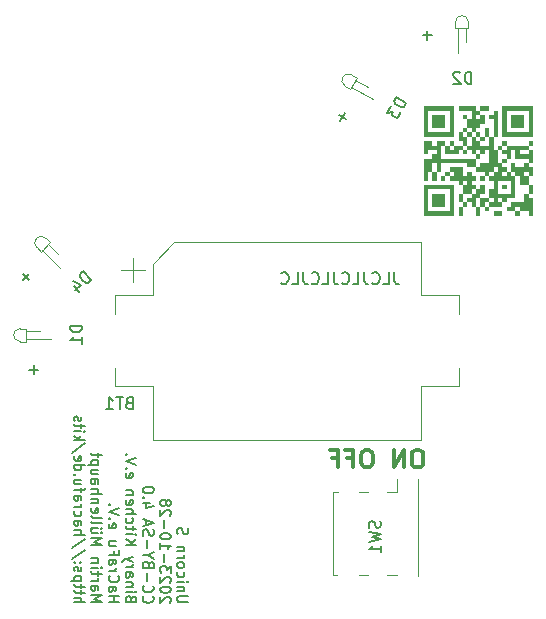
<source format=gbo>
G04 #@! TF.GenerationSoftware,KiCad,Pcbnew,7.0.2.1-36-g582732918d-dirty-deb11*
G04 #@! TF.CreationDate,2024-01-19T22:58:33+00:00*
G04 #@! TF.ProjectId,unicorn_simple,756e6963-6f72-46e5-9f73-696d706c652e,rev?*
G04 #@! TF.SameCoordinates,Original*
G04 #@! TF.FileFunction,Legend,Bot*
G04 #@! TF.FilePolarity,Positive*
%FSLAX46Y46*%
G04 Gerber Fmt 4.6, Leading zero omitted, Abs format (unit mm)*
G04 Created by KiCad (PCBNEW 7.0.2.1-36-g582732918d-dirty-deb11) date 2024-01-19 22:58:33*
%MOMM*%
%LPD*%
G01*
G04 APERTURE LIST*
%ADD10C,0.000000*%
%ADD11C,0.150000*%
%ADD12C,0.200000*%
%ADD13C,0.300000*%
%ADD14C,0.120000*%
%ADD15C,0.010000*%
%ADD16R,5.000000X1.524000*%
%ADD17R,1.524000X5.000000*%
%ADD18R,3.350000X3.600000*%
%ADD19R,1.300000X3.150000*%
G04 APERTURE END LIST*
D10*
G36*
X210309167Y-78049584D02*
G01*
X209938750Y-78049584D01*
X209938750Y-77679167D01*
X210309167Y-77679167D01*
X210309167Y-78049584D01*
G37*
G36*
X215124583Y-75827084D02*
G01*
X214013333Y-75827084D01*
X214013333Y-74715834D01*
X215124583Y-74715834D01*
X215124583Y-75827084D01*
G37*
G36*
X215865417Y-76567917D02*
G01*
X213272500Y-76567917D01*
X213272500Y-74345418D01*
X213642917Y-74345418D01*
X213642917Y-76197501D01*
X215495000Y-76197501D01*
X215495000Y-74345418D01*
X213642917Y-74345418D01*
X213272500Y-74345418D01*
X213272500Y-73975001D01*
X215865417Y-73975001D01*
X215865417Y-76567917D01*
G37*
G36*
X208827501Y-79901667D02*
G01*
X208457084Y-79901667D01*
X208457084Y-79531250D01*
X208827501Y-79531250D01*
X208827501Y-79901667D01*
G37*
G36*
X209938750Y-83235417D02*
G01*
X209568334Y-83235417D01*
X209568334Y-82865000D01*
X209568334Y-82494584D01*
X209938750Y-82494584D01*
X209938750Y-83235417D01*
G37*
G36*
X208457084Y-80272084D02*
G01*
X208086668Y-80272084D01*
X208086668Y-79901667D01*
X208457084Y-79901667D01*
X208457084Y-80272084D01*
G37*
G36*
X215495000Y-81753750D02*
G01*
X215865417Y-81753750D01*
X215865417Y-83235417D01*
X215495000Y-83235417D01*
X215495000Y-82865000D01*
X214754166Y-82865000D01*
X214754166Y-83235417D01*
X214383750Y-83235417D01*
X214383750Y-82865000D01*
X213642917Y-82865000D01*
X213642917Y-82494584D01*
X214013333Y-82494584D01*
X214383750Y-82494584D01*
X214383750Y-82865000D01*
X214754166Y-82865000D01*
X214754166Y-82494584D01*
X214383750Y-82494584D01*
X214013333Y-82494584D01*
X214013333Y-82124167D01*
X215124583Y-82124167D01*
X215124583Y-81383334D01*
X215495000Y-81383334D01*
X215495000Y-81753750D01*
G37*
G36*
X210309167Y-75086251D02*
G01*
X209938750Y-75086251D01*
X209938750Y-74715834D01*
X210309167Y-74715834D01*
X210309167Y-75086251D01*
G37*
G36*
X211790833Y-80272084D02*
G01*
X211420417Y-80272084D01*
X211420417Y-79901667D01*
X211790833Y-79901667D01*
X211790833Y-80272084D01*
G37*
G36*
X213642917Y-81012917D02*
G01*
X213272500Y-81012917D01*
X213272500Y-80642500D01*
X213642917Y-80642500D01*
X213642917Y-81012917D01*
G37*
G36*
X212161250Y-74345418D02*
G01*
X211420417Y-74345418D01*
X211420417Y-73975001D01*
X212161250Y-73975001D01*
X212161250Y-74345418D01*
G37*
G36*
X210309167Y-76197501D02*
G01*
X209938750Y-76197501D01*
X209938750Y-75827084D01*
X210309167Y-75827084D01*
X210309167Y-76197501D01*
G37*
G36*
X211050000Y-74345418D02*
G01*
X211420417Y-74345418D01*
X211420417Y-74715834D01*
X211050000Y-74715834D01*
X211050000Y-75086251D01*
X211420417Y-75086251D01*
X211420417Y-74715834D01*
X211790833Y-74715834D01*
X211790833Y-75456668D01*
X211420417Y-75456668D01*
X211420417Y-75827084D01*
X211050000Y-75827084D01*
X211050000Y-76197501D01*
X210679584Y-76197501D01*
X210679584Y-75827084D01*
X210309167Y-75827084D01*
X210309167Y-75086251D01*
X210679584Y-75086251D01*
X210679584Y-74345418D01*
X209568334Y-74345418D01*
X209568334Y-73975001D01*
X211050000Y-73975001D01*
X211050000Y-74345418D01*
G37*
G36*
X207345834Y-77308750D02*
G01*
X207716251Y-77308750D01*
X207716251Y-76938334D01*
X208457084Y-76938334D01*
X208457084Y-77308750D01*
X208086667Y-77308750D01*
X208086667Y-78420000D01*
X211050000Y-78420000D01*
X211050000Y-79160834D01*
X210309167Y-79160834D01*
X210309167Y-78790417D01*
X208086667Y-78790417D01*
X208086667Y-79531250D01*
X207716251Y-79531250D01*
X207716251Y-80272084D01*
X207345834Y-80272084D01*
X207345834Y-79531250D01*
X206975417Y-79531250D01*
X206975417Y-80272084D01*
X206605001Y-80272084D01*
X206605001Y-78790417D01*
X207345834Y-78790417D01*
X207345834Y-79531250D01*
X207716251Y-79531250D01*
X207716251Y-78790417D01*
X207345834Y-78790417D01*
X206605001Y-78790417D01*
X206605001Y-78420000D01*
X207345834Y-78420000D01*
X207345834Y-78049584D01*
X207716251Y-78049584D01*
X207716251Y-77679167D01*
X206975417Y-77679167D01*
X206975417Y-78049584D01*
X206605001Y-78049584D01*
X206605001Y-76938334D01*
X207345834Y-76938334D01*
X207345834Y-77308750D01*
G37*
G36*
X209938750Y-76567917D02*
G01*
X210309167Y-76567917D01*
X210309167Y-77308750D01*
X209938750Y-77308750D01*
X209938750Y-76938334D01*
X209568334Y-76938334D01*
X209568334Y-76197501D01*
X209938750Y-76197501D01*
X209938750Y-76567917D01*
G37*
G36*
X208457084Y-75827084D02*
G01*
X207345834Y-75827084D01*
X207345834Y-74715834D01*
X208457084Y-74715834D01*
X208457084Y-75827084D01*
G37*
G36*
X212161250Y-76567917D02*
G01*
X211790833Y-76567917D01*
X211790833Y-76938334D01*
X211420417Y-76938334D01*
X211420417Y-77308750D01*
X212161250Y-77308750D01*
X212161250Y-76567917D01*
X212531667Y-76567917D01*
X212531667Y-77679167D01*
X212902083Y-77679167D01*
X212902083Y-78790417D01*
X213272500Y-78790417D01*
X213272500Y-79160834D01*
X213642917Y-79160834D01*
X213642917Y-79531250D01*
X213272500Y-79531250D01*
X213272500Y-79901667D01*
X213642917Y-79901667D01*
X213642917Y-79531250D01*
X214013333Y-79531250D01*
X214013333Y-79901667D01*
X214383750Y-79901667D01*
X214383750Y-79531250D01*
X215124583Y-79531250D01*
X215124583Y-79901667D01*
X215495000Y-79901667D01*
X215495000Y-79531250D01*
X215124583Y-79531250D01*
X214383750Y-79531250D01*
X214013333Y-79531250D01*
X214013333Y-78790417D01*
X214383750Y-78790417D01*
X214383750Y-79160834D01*
X215124583Y-79160834D01*
X215124583Y-78790417D01*
X215495000Y-78790417D01*
X215495000Y-78420000D01*
X214383750Y-78420000D01*
X214383750Y-77679167D01*
X214013333Y-77679167D01*
X214013333Y-78420000D01*
X213642917Y-78420000D01*
X213642917Y-78049584D01*
X213272500Y-78049584D01*
X213272500Y-77679167D01*
X212902083Y-77679167D01*
X212902083Y-77308750D01*
X213272500Y-77308750D01*
X213272500Y-76938334D01*
X213642917Y-76938334D01*
X213642917Y-77308750D01*
X213272500Y-77308750D01*
X213272500Y-77679167D01*
X213642917Y-77679167D01*
X213642917Y-77308750D01*
X215495000Y-77308750D01*
X215495000Y-77679167D01*
X214754166Y-77679167D01*
X214754166Y-78049584D01*
X215495000Y-78049584D01*
X215495000Y-77679167D01*
X215865417Y-77679167D01*
X215865417Y-78790417D01*
X215495000Y-78790417D01*
X215495000Y-79160834D01*
X215865417Y-79160834D01*
X215865417Y-79901667D01*
X215495000Y-79901667D01*
X215495000Y-80642500D01*
X214754166Y-80642500D01*
X214754166Y-79901667D01*
X214383750Y-79901667D01*
X214383750Y-81753750D01*
X213642917Y-81753750D01*
X213642917Y-82124167D01*
X213272500Y-82124167D01*
X213272500Y-82494584D01*
X212161250Y-82494584D01*
X212161250Y-82865000D01*
X211790833Y-82865000D01*
X211790833Y-82494584D01*
X211420417Y-82494584D01*
X211420417Y-83235417D01*
X211050000Y-83235417D01*
X211050000Y-82494584D01*
X210679584Y-82494584D01*
X210679584Y-82124167D01*
X210309167Y-82124167D01*
X210309167Y-81753750D01*
X210679584Y-81753750D01*
X210679584Y-81383334D01*
X209938751Y-81383334D01*
X209938751Y-81012917D01*
X210679584Y-81012917D01*
X210679584Y-81383334D01*
X211050000Y-81383334D01*
X211050000Y-81012917D01*
X210679584Y-81012917D01*
X209938751Y-81012917D01*
X209938751Y-80642500D01*
X210309167Y-80642500D01*
X210309167Y-80272084D01*
X209938750Y-80272084D01*
X209938750Y-80642500D01*
X209568334Y-80642500D01*
X209568334Y-80272084D01*
X208827501Y-80272084D01*
X208827501Y-79901667D01*
X209197917Y-79901667D01*
X209197917Y-79531250D01*
X208827501Y-79531250D01*
X208827501Y-79160834D01*
X209938751Y-79160834D01*
X209938751Y-79901667D01*
X210309167Y-79901667D01*
X210309167Y-79531250D01*
X210679584Y-79531250D01*
X210679584Y-79901667D01*
X211050001Y-79901667D01*
X211050001Y-80272084D01*
X210679584Y-80272084D01*
X210679584Y-80642500D01*
X211050001Y-80642500D01*
X211050001Y-81012917D01*
X211420417Y-81012917D01*
X211420417Y-80642500D01*
X211790833Y-80642500D01*
X211790833Y-81383334D01*
X211420417Y-81383334D01*
X211420417Y-81753750D01*
X211050000Y-81753750D01*
X211050000Y-82494584D01*
X211420417Y-82494584D01*
X211420417Y-82124167D01*
X211790833Y-82124167D01*
X211790833Y-82494584D01*
X212161250Y-82494584D01*
X212161250Y-82124167D01*
X211790833Y-82124167D01*
X211420417Y-82124167D01*
X211420417Y-81753750D01*
X212161250Y-81753750D01*
X212161250Y-82124167D01*
X212531667Y-82124167D01*
X212531667Y-81753750D01*
X212902083Y-81753750D01*
X212902083Y-82124167D01*
X213272500Y-82124167D01*
X213272500Y-81753750D01*
X212902083Y-81753750D01*
X212531667Y-81753750D01*
X212161250Y-81753750D01*
X212161250Y-81012917D01*
X212531667Y-81012917D01*
X212531667Y-80272084D01*
X212902083Y-80272084D01*
X212902083Y-81383334D01*
X214013333Y-81383334D01*
X214013333Y-80272084D01*
X212902083Y-80272084D01*
X212531667Y-80272084D01*
X212161250Y-80272084D01*
X212161250Y-79901667D01*
X212531667Y-79901667D01*
X212531667Y-79531250D01*
X212902083Y-79531250D01*
X212902083Y-79160834D01*
X212531667Y-79160834D01*
X212531667Y-79531250D01*
X212161250Y-79531250D01*
X212161250Y-79901667D01*
X211790833Y-79901667D01*
X211790833Y-79531250D01*
X211050000Y-79531250D01*
X211050000Y-79160834D01*
X211420417Y-79160834D01*
X211420417Y-78790417D01*
X212161250Y-78790417D01*
X212161250Y-77679167D01*
X211790833Y-77679167D01*
X211790833Y-78049584D01*
X211420417Y-78049584D01*
X211420417Y-77679167D01*
X211050000Y-77679167D01*
X211050000Y-78049584D01*
X210679584Y-78049584D01*
X210679584Y-77679167D01*
X210309167Y-77679167D01*
X210309167Y-77308750D01*
X210679584Y-77308750D01*
X210679584Y-76567917D01*
X211050000Y-76567917D01*
X211050000Y-76938334D01*
X211420417Y-76938334D01*
X211420417Y-76567917D01*
X211050000Y-76567917D01*
X211050000Y-76197501D01*
X211420417Y-76197501D01*
X211420417Y-76567917D01*
X211790833Y-76567917D01*
X211790833Y-75827084D01*
X212161250Y-75827084D01*
X212161250Y-76567917D01*
G37*
G36*
X209197917Y-83235417D02*
G01*
X206605001Y-83235417D01*
X206605001Y-81012917D01*
X206975418Y-81012917D01*
X206975418Y-82865000D01*
X208827501Y-82865000D01*
X208827501Y-81012917D01*
X206975418Y-81012917D01*
X206605001Y-81012917D01*
X206605001Y-80642500D01*
X209197917Y-80642500D01*
X209197917Y-83235417D01*
G37*
G36*
X215865417Y-77308750D02*
G01*
X215495000Y-77308750D01*
X215495000Y-76938334D01*
X215865417Y-76938334D01*
X215865417Y-77308750D01*
G37*
G36*
X213272500Y-83235417D02*
G01*
X212531667Y-83235417D01*
X212531667Y-82865000D01*
X213272500Y-82865000D01*
X213272500Y-83235417D01*
G37*
G36*
X212902083Y-76567917D02*
G01*
X212531667Y-76567917D01*
X212531667Y-75086251D01*
X212161250Y-75086251D01*
X212161250Y-74715834D01*
X212531667Y-74715834D01*
X212531667Y-74345417D01*
X212902083Y-74345417D01*
X212902083Y-76567917D01*
G37*
G36*
X209938750Y-82124167D02*
G01*
X209568334Y-82124167D01*
X209568334Y-81383334D01*
X209938750Y-81383334D01*
X209938750Y-82124167D01*
G37*
G36*
X215865417Y-81383334D02*
G01*
X215495000Y-81383334D01*
X215495000Y-80642500D01*
X215865417Y-80642500D01*
X215865417Y-81383334D01*
G37*
G36*
X210309167Y-82494584D02*
G01*
X209938751Y-82494584D01*
X209938751Y-82124167D01*
X210309167Y-82124167D01*
X210309167Y-82494584D01*
G37*
G36*
X209197917Y-77308750D02*
G01*
X208827501Y-77308750D01*
X208827501Y-77679167D01*
X209197917Y-77679167D01*
X209197917Y-77308750D01*
X209938750Y-77308750D01*
X209938750Y-77679167D01*
X209568334Y-77679167D01*
X209568334Y-78049584D01*
X208457084Y-78049584D01*
X208457084Y-77308750D01*
X208827501Y-77308750D01*
X208827501Y-76938334D01*
X209197917Y-76938334D01*
X209197917Y-77308750D01*
G37*
G36*
X208457084Y-82494584D02*
G01*
X207345834Y-82494584D01*
X207345834Y-81383334D01*
X208457084Y-81383334D01*
X208457084Y-82494584D01*
G37*
G36*
X210679584Y-76567917D02*
G01*
X210309167Y-76567917D01*
X210309167Y-76197501D01*
X210679584Y-76197501D01*
X210679584Y-76567917D01*
G37*
G36*
X209197917Y-76567917D02*
G01*
X206605001Y-76567917D01*
X206605001Y-74345418D01*
X206975418Y-74345418D01*
X206975418Y-76197501D01*
X208827501Y-76197501D01*
X208827501Y-74345418D01*
X206975418Y-74345418D01*
X206605001Y-74345418D01*
X206605001Y-73975001D01*
X209197917Y-73975001D01*
X209197917Y-76567917D01*
G37*
G36*
X211420417Y-78420000D02*
G01*
X211050000Y-78420000D01*
X211050000Y-78049584D01*
X211420417Y-78049584D01*
X211420417Y-78420000D01*
G37*
G36*
X213642917Y-78790417D02*
G01*
X213272500Y-78790417D01*
X213272500Y-78420000D01*
X213642917Y-78420000D01*
X213642917Y-78790417D01*
G37*
D11*
X186657642Y-115985714D02*
X185929071Y-115985714D01*
X185929071Y-115985714D02*
X185843357Y-115942857D01*
X185843357Y-115942857D02*
X185800500Y-115900000D01*
X185800500Y-115900000D02*
X185757642Y-115814285D01*
X185757642Y-115814285D02*
X185757642Y-115642857D01*
X185757642Y-115642857D02*
X185800500Y-115557142D01*
X185800500Y-115557142D02*
X185843357Y-115514285D01*
X185843357Y-115514285D02*
X185929071Y-115471428D01*
X185929071Y-115471428D02*
X186657642Y-115471428D01*
X186357642Y-115042857D02*
X185757642Y-115042857D01*
X186271928Y-115042857D02*
X186314785Y-115000000D01*
X186314785Y-115000000D02*
X186357642Y-114914285D01*
X186357642Y-114914285D02*
X186357642Y-114785714D01*
X186357642Y-114785714D02*
X186314785Y-114700000D01*
X186314785Y-114700000D02*
X186229071Y-114657143D01*
X186229071Y-114657143D02*
X185757642Y-114657143D01*
X185757642Y-114228571D02*
X186357642Y-114228571D01*
X186657642Y-114228571D02*
X186614785Y-114271428D01*
X186614785Y-114271428D02*
X186571928Y-114228571D01*
X186571928Y-114228571D02*
X186614785Y-114185714D01*
X186614785Y-114185714D02*
X186657642Y-114228571D01*
X186657642Y-114228571D02*
X186571928Y-114228571D01*
X185800500Y-113414286D02*
X185757642Y-113500000D01*
X185757642Y-113500000D02*
X185757642Y-113671428D01*
X185757642Y-113671428D02*
X185800500Y-113757143D01*
X185800500Y-113757143D02*
X185843357Y-113800000D01*
X185843357Y-113800000D02*
X185929071Y-113842857D01*
X185929071Y-113842857D02*
X186186214Y-113842857D01*
X186186214Y-113842857D02*
X186271928Y-113800000D01*
X186271928Y-113800000D02*
X186314785Y-113757143D01*
X186314785Y-113757143D02*
X186357642Y-113671428D01*
X186357642Y-113671428D02*
X186357642Y-113500000D01*
X186357642Y-113500000D02*
X186314785Y-113414286D01*
X185757642Y-112899999D02*
X185800500Y-112985714D01*
X185800500Y-112985714D02*
X185843357Y-113028571D01*
X185843357Y-113028571D02*
X185929071Y-113071428D01*
X185929071Y-113071428D02*
X186186214Y-113071428D01*
X186186214Y-113071428D02*
X186271928Y-113028571D01*
X186271928Y-113028571D02*
X186314785Y-112985714D01*
X186314785Y-112985714D02*
X186357642Y-112899999D01*
X186357642Y-112899999D02*
X186357642Y-112771428D01*
X186357642Y-112771428D02*
X186314785Y-112685714D01*
X186314785Y-112685714D02*
X186271928Y-112642857D01*
X186271928Y-112642857D02*
X186186214Y-112599999D01*
X186186214Y-112599999D02*
X185929071Y-112599999D01*
X185929071Y-112599999D02*
X185843357Y-112642857D01*
X185843357Y-112642857D02*
X185800500Y-112685714D01*
X185800500Y-112685714D02*
X185757642Y-112771428D01*
X185757642Y-112771428D02*
X185757642Y-112899999D01*
X185757642Y-112214285D02*
X186357642Y-112214285D01*
X186186214Y-112214285D02*
X186271928Y-112171428D01*
X186271928Y-112171428D02*
X186314785Y-112128571D01*
X186314785Y-112128571D02*
X186357642Y-112042856D01*
X186357642Y-112042856D02*
X186357642Y-111957142D01*
X186357642Y-111657142D02*
X185757642Y-111657142D01*
X186271928Y-111657142D02*
X186314785Y-111614285D01*
X186314785Y-111614285D02*
X186357642Y-111528570D01*
X186357642Y-111528570D02*
X186357642Y-111399999D01*
X186357642Y-111399999D02*
X186314785Y-111314285D01*
X186314785Y-111314285D02*
X186229071Y-111271428D01*
X186229071Y-111271428D02*
X185757642Y-111271428D01*
X185800500Y-110199999D02*
X185757642Y-110071428D01*
X185757642Y-110071428D02*
X185757642Y-109857142D01*
X185757642Y-109857142D02*
X185800500Y-109771428D01*
X185800500Y-109771428D02*
X185843357Y-109728570D01*
X185843357Y-109728570D02*
X185929071Y-109685713D01*
X185929071Y-109685713D02*
X186014785Y-109685713D01*
X186014785Y-109685713D02*
X186100500Y-109728570D01*
X186100500Y-109728570D02*
X186143357Y-109771428D01*
X186143357Y-109771428D02*
X186186214Y-109857142D01*
X186186214Y-109857142D02*
X186229071Y-110028570D01*
X186229071Y-110028570D02*
X186271928Y-110114285D01*
X186271928Y-110114285D02*
X186314785Y-110157142D01*
X186314785Y-110157142D02*
X186400500Y-110199999D01*
X186400500Y-110199999D02*
X186486214Y-110199999D01*
X186486214Y-110199999D02*
X186571928Y-110157142D01*
X186571928Y-110157142D02*
X186614785Y-110114285D01*
X186614785Y-110114285D02*
X186657642Y-110028570D01*
X186657642Y-110028570D02*
X186657642Y-109814285D01*
X186657642Y-109814285D02*
X186614785Y-109685713D01*
X185113928Y-116028571D02*
X185156785Y-115985714D01*
X185156785Y-115985714D02*
X185199642Y-115900000D01*
X185199642Y-115900000D02*
X185199642Y-115685714D01*
X185199642Y-115685714D02*
X185156785Y-115600000D01*
X185156785Y-115600000D02*
X185113928Y-115557142D01*
X185113928Y-115557142D02*
X185028214Y-115514285D01*
X185028214Y-115514285D02*
X184942500Y-115514285D01*
X184942500Y-115514285D02*
X184813928Y-115557142D01*
X184813928Y-115557142D02*
X184299642Y-116071428D01*
X184299642Y-116071428D02*
X184299642Y-115514285D01*
X185199642Y-114957142D02*
X185199642Y-114871428D01*
X185199642Y-114871428D02*
X185156785Y-114785714D01*
X185156785Y-114785714D02*
X185113928Y-114742857D01*
X185113928Y-114742857D02*
X185028214Y-114699999D01*
X185028214Y-114699999D02*
X184856785Y-114657142D01*
X184856785Y-114657142D02*
X184642500Y-114657142D01*
X184642500Y-114657142D02*
X184471071Y-114699999D01*
X184471071Y-114699999D02*
X184385357Y-114742857D01*
X184385357Y-114742857D02*
X184342500Y-114785714D01*
X184342500Y-114785714D02*
X184299642Y-114871428D01*
X184299642Y-114871428D02*
X184299642Y-114957142D01*
X184299642Y-114957142D02*
X184342500Y-115042857D01*
X184342500Y-115042857D02*
X184385357Y-115085714D01*
X184385357Y-115085714D02*
X184471071Y-115128571D01*
X184471071Y-115128571D02*
X184642500Y-115171428D01*
X184642500Y-115171428D02*
X184856785Y-115171428D01*
X184856785Y-115171428D02*
X185028214Y-115128571D01*
X185028214Y-115128571D02*
X185113928Y-115085714D01*
X185113928Y-115085714D02*
X185156785Y-115042857D01*
X185156785Y-115042857D02*
X185199642Y-114957142D01*
X185113928Y-114314285D02*
X185156785Y-114271428D01*
X185156785Y-114271428D02*
X185199642Y-114185714D01*
X185199642Y-114185714D02*
X185199642Y-113971428D01*
X185199642Y-113971428D02*
X185156785Y-113885714D01*
X185156785Y-113885714D02*
X185113928Y-113842856D01*
X185113928Y-113842856D02*
X185028214Y-113799999D01*
X185028214Y-113799999D02*
X184942500Y-113799999D01*
X184942500Y-113799999D02*
X184813928Y-113842856D01*
X184813928Y-113842856D02*
X184299642Y-114357142D01*
X184299642Y-114357142D02*
X184299642Y-113799999D01*
X185199642Y-113499999D02*
X185199642Y-112942856D01*
X185199642Y-112942856D02*
X184856785Y-113242856D01*
X184856785Y-113242856D02*
X184856785Y-113114285D01*
X184856785Y-113114285D02*
X184813928Y-113028571D01*
X184813928Y-113028571D02*
X184771071Y-112985713D01*
X184771071Y-112985713D02*
X184685357Y-112942856D01*
X184685357Y-112942856D02*
X184471071Y-112942856D01*
X184471071Y-112942856D02*
X184385357Y-112985713D01*
X184385357Y-112985713D02*
X184342500Y-113028571D01*
X184342500Y-113028571D02*
X184299642Y-113114285D01*
X184299642Y-113114285D02*
X184299642Y-113371428D01*
X184299642Y-113371428D02*
X184342500Y-113457142D01*
X184342500Y-113457142D02*
X184385357Y-113499999D01*
X184642500Y-112557142D02*
X184642500Y-111871428D01*
X184299642Y-110971427D02*
X184299642Y-111485713D01*
X184299642Y-111228570D02*
X185199642Y-111228570D01*
X185199642Y-111228570D02*
X185071071Y-111314284D01*
X185071071Y-111314284D02*
X184985357Y-111399999D01*
X184985357Y-111399999D02*
X184942500Y-111485713D01*
X185199642Y-110414284D02*
X185199642Y-110328570D01*
X185199642Y-110328570D02*
X185156785Y-110242856D01*
X185156785Y-110242856D02*
X185113928Y-110199999D01*
X185113928Y-110199999D02*
X185028214Y-110157141D01*
X185028214Y-110157141D02*
X184856785Y-110114284D01*
X184856785Y-110114284D02*
X184642500Y-110114284D01*
X184642500Y-110114284D02*
X184471071Y-110157141D01*
X184471071Y-110157141D02*
X184385357Y-110199999D01*
X184385357Y-110199999D02*
X184342500Y-110242856D01*
X184342500Y-110242856D02*
X184299642Y-110328570D01*
X184299642Y-110328570D02*
X184299642Y-110414284D01*
X184299642Y-110414284D02*
X184342500Y-110499999D01*
X184342500Y-110499999D02*
X184385357Y-110542856D01*
X184385357Y-110542856D02*
X184471071Y-110585713D01*
X184471071Y-110585713D02*
X184642500Y-110628570D01*
X184642500Y-110628570D02*
X184856785Y-110628570D01*
X184856785Y-110628570D02*
X185028214Y-110585713D01*
X185028214Y-110585713D02*
X185113928Y-110542856D01*
X185113928Y-110542856D02*
X185156785Y-110499999D01*
X185156785Y-110499999D02*
X185199642Y-110414284D01*
X184642500Y-109728570D02*
X184642500Y-109042856D01*
X185113928Y-108657141D02*
X185156785Y-108614284D01*
X185156785Y-108614284D02*
X185199642Y-108528570D01*
X185199642Y-108528570D02*
X185199642Y-108314284D01*
X185199642Y-108314284D02*
X185156785Y-108228570D01*
X185156785Y-108228570D02*
X185113928Y-108185712D01*
X185113928Y-108185712D02*
X185028214Y-108142855D01*
X185028214Y-108142855D02*
X184942500Y-108142855D01*
X184942500Y-108142855D02*
X184813928Y-108185712D01*
X184813928Y-108185712D02*
X184299642Y-108699998D01*
X184299642Y-108699998D02*
X184299642Y-108142855D01*
X184813928Y-107628569D02*
X184856785Y-107714284D01*
X184856785Y-107714284D02*
X184899642Y-107757141D01*
X184899642Y-107757141D02*
X184985357Y-107799998D01*
X184985357Y-107799998D02*
X185028214Y-107799998D01*
X185028214Y-107799998D02*
X185113928Y-107757141D01*
X185113928Y-107757141D02*
X185156785Y-107714284D01*
X185156785Y-107714284D02*
X185199642Y-107628569D01*
X185199642Y-107628569D02*
X185199642Y-107457141D01*
X185199642Y-107457141D02*
X185156785Y-107371427D01*
X185156785Y-107371427D02*
X185113928Y-107328569D01*
X185113928Y-107328569D02*
X185028214Y-107285712D01*
X185028214Y-107285712D02*
X184985357Y-107285712D01*
X184985357Y-107285712D02*
X184899642Y-107328569D01*
X184899642Y-107328569D02*
X184856785Y-107371427D01*
X184856785Y-107371427D02*
X184813928Y-107457141D01*
X184813928Y-107457141D02*
X184813928Y-107628569D01*
X184813928Y-107628569D02*
X184771071Y-107714284D01*
X184771071Y-107714284D02*
X184728214Y-107757141D01*
X184728214Y-107757141D02*
X184642500Y-107799998D01*
X184642500Y-107799998D02*
X184471071Y-107799998D01*
X184471071Y-107799998D02*
X184385357Y-107757141D01*
X184385357Y-107757141D02*
X184342500Y-107714284D01*
X184342500Y-107714284D02*
X184299642Y-107628569D01*
X184299642Y-107628569D02*
X184299642Y-107457141D01*
X184299642Y-107457141D02*
X184342500Y-107371427D01*
X184342500Y-107371427D02*
X184385357Y-107328569D01*
X184385357Y-107328569D02*
X184471071Y-107285712D01*
X184471071Y-107285712D02*
X184642500Y-107285712D01*
X184642500Y-107285712D02*
X184728214Y-107328569D01*
X184728214Y-107328569D02*
X184771071Y-107371427D01*
X184771071Y-107371427D02*
X184813928Y-107457141D01*
X182927357Y-115471428D02*
X182884500Y-115514285D01*
X182884500Y-115514285D02*
X182841642Y-115642857D01*
X182841642Y-115642857D02*
X182841642Y-115728571D01*
X182841642Y-115728571D02*
X182884500Y-115857142D01*
X182884500Y-115857142D02*
X182970214Y-115942857D01*
X182970214Y-115942857D02*
X183055928Y-115985714D01*
X183055928Y-115985714D02*
X183227357Y-116028571D01*
X183227357Y-116028571D02*
X183355928Y-116028571D01*
X183355928Y-116028571D02*
X183527357Y-115985714D01*
X183527357Y-115985714D02*
X183613071Y-115942857D01*
X183613071Y-115942857D02*
X183698785Y-115857142D01*
X183698785Y-115857142D02*
X183741642Y-115728571D01*
X183741642Y-115728571D02*
X183741642Y-115642857D01*
X183741642Y-115642857D02*
X183698785Y-115514285D01*
X183698785Y-115514285D02*
X183655928Y-115471428D01*
X182927357Y-114571428D02*
X182884500Y-114614285D01*
X182884500Y-114614285D02*
X182841642Y-114742857D01*
X182841642Y-114742857D02*
X182841642Y-114828571D01*
X182841642Y-114828571D02*
X182884500Y-114957142D01*
X182884500Y-114957142D02*
X182970214Y-115042857D01*
X182970214Y-115042857D02*
X183055928Y-115085714D01*
X183055928Y-115085714D02*
X183227357Y-115128571D01*
X183227357Y-115128571D02*
X183355928Y-115128571D01*
X183355928Y-115128571D02*
X183527357Y-115085714D01*
X183527357Y-115085714D02*
X183613071Y-115042857D01*
X183613071Y-115042857D02*
X183698785Y-114957142D01*
X183698785Y-114957142D02*
X183741642Y-114828571D01*
X183741642Y-114828571D02*
X183741642Y-114742857D01*
X183741642Y-114742857D02*
X183698785Y-114614285D01*
X183698785Y-114614285D02*
X183655928Y-114571428D01*
X183184500Y-114185714D02*
X183184500Y-113500000D01*
X183313071Y-112771428D02*
X183270214Y-112642856D01*
X183270214Y-112642856D02*
X183227357Y-112599999D01*
X183227357Y-112599999D02*
X183141642Y-112557142D01*
X183141642Y-112557142D02*
X183013071Y-112557142D01*
X183013071Y-112557142D02*
X182927357Y-112599999D01*
X182927357Y-112599999D02*
X182884500Y-112642856D01*
X182884500Y-112642856D02*
X182841642Y-112728571D01*
X182841642Y-112728571D02*
X182841642Y-113071428D01*
X182841642Y-113071428D02*
X183741642Y-113071428D01*
X183741642Y-113071428D02*
X183741642Y-112771428D01*
X183741642Y-112771428D02*
X183698785Y-112685714D01*
X183698785Y-112685714D02*
X183655928Y-112642856D01*
X183655928Y-112642856D02*
X183570214Y-112599999D01*
X183570214Y-112599999D02*
X183484500Y-112599999D01*
X183484500Y-112599999D02*
X183398785Y-112642856D01*
X183398785Y-112642856D02*
X183355928Y-112685714D01*
X183355928Y-112685714D02*
X183313071Y-112771428D01*
X183313071Y-112771428D02*
X183313071Y-113071428D01*
X183270214Y-111999999D02*
X182841642Y-111999999D01*
X183741642Y-112299999D02*
X183270214Y-111999999D01*
X183270214Y-111999999D02*
X183741642Y-111699999D01*
X183184500Y-111399999D02*
X183184500Y-110714285D01*
X182884500Y-110328570D02*
X182841642Y-110199999D01*
X182841642Y-110199999D02*
X182841642Y-109985713D01*
X182841642Y-109985713D02*
X182884500Y-109899999D01*
X182884500Y-109899999D02*
X182927357Y-109857141D01*
X182927357Y-109857141D02*
X183013071Y-109814284D01*
X183013071Y-109814284D02*
X183098785Y-109814284D01*
X183098785Y-109814284D02*
X183184500Y-109857141D01*
X183184500Y-109857141D02*
X183227357Y-109899999D01*
X183227357Y-109899999D02*
X183270214Y-109985713D01*
X183270214Y-109985713D02*
X183313071Y-110157141D01*
X183313071Y-110157141D02*
X183355928Y-110242856D01*
X183355928Y-110242856D02*
X183398785Y-110285713D01*
X183398785Y-110285713D02*
X183484500Y-110328570D01*
X183484500Y-110328570D02*
X183570214Y-110328570D01*
X183570214Y-110328570D02*
X183655928Y-110285713D01*
X183655928Y-110285713D02*
X183698785Y-110242856D01*
X183698785Y-110242856D02*
X183741642Y-110157141D01*
X183741642Y-110157141D02*
X183741642Y-109942856D01*
X183741642Y-109942856D02*
X183698785Y-109814284D01*
X183098785Y-109471427D02*
X183098785Y-109042856D01*
X182841642Y-109557141D02*
X183741642Y-109257141D01*
X183741642Y-109257141D02*
X182841642Y-108957141D01*
X183441642Y-107585713D02*
X182841642Y-107585713D01*
X183784500Y-107799998D02*
X183141642Y-108014284D01*
X183141642Y-108014284D02*
X183141642Y-107457141D01*
X182927357Y-107114284D02*
X182884500Y-107071427D01*
X182884500Y-107071427D02*
X182841642Y-107114284D01*
X182841642Y-107114284D02*
X182884500Y-107157141D01*
X182884500Y-107157141D02*
X182927357Y-107114284D01*
X182927357Y-107114284D02*
X182841642Y-107114284D01*
X183741642Y-106514284D02*
X183741642Y-106428570D01*
X183741642Y-106428570D02*
X183698785Y-106342856D01*
X183698785Y-106342856D02*
X183655928Y-106299999D01*
X183655928Y-106299999D02*
X183570214Y-106257141D01*
X183570214Y-106257141D02*
X183398785Y-106214284D01*
X183398785Y-106214284D02*
X183184500Y-106214284D01*
X183184500Y-106214284D02*
X183013071Y-106257141D01*
X183013071Y-106257141D02*
X182927357Y-106299999D01*
X182927357Y-106299999D02*
X182884500Y-106342856D01*
X182884500Y-106342856D02*
X182841642Y-106428570D01*
X182841642Y-106428570D02*
X182841642Y-106514284D01*
X182841642Y-106514284D02*
X182884500Y-106599999D01*
X182884500Y-106599999D02*
X182927357Y-106642856D01*
X182927357Y-106642856D02*
X183013071Y-106685713D01*
X183013071Y-106685713D02*
X183184500Y-106728570D01*
X183184500Y-106728570D02*
X183398785Y-106728570D01*
X183398785Y-106728570D02*
X183570214Y-106685713D01*
X183570214Y-106685713D02*
X183655928Y-106642856D01*
X183655928Y-106642856D02*
X183698785Y-106599999D01*
X183698785Y-106599999D02*
X183741642Y-106514284D01*
X181855071Y-115685714D02*
X181812214Y-115557142D01*
X181812214Y-115557142D02*
X181769357Y-115514285D01*
X181769357Y-115514285D02*
X181683642Y-115471428D01*
X181683642Y-115471428D02*
X181555071Y-115471428D01*
X181555071Y-115471428D02*
X181469357Y-115514285D01*
X181469357Y-115514285D02*
X181426500Y-115557142D01*
X181426500Y-115557142D02*
X181383642Y-115642857D01*
X181383642Y-115642857D02*
X181383642Y-115985714D01*
X181383642Y-115985714D02*
X182283642Y-115985714D01*
X182283642Y-115985714D02*
X182283642Y-115685714D01*
X182283642Y-115685714D02*
X182240785Y-115600000D01*
X182240785Y-115600000D02*
X182197928Y-115557142D01*
X182197928Y-115557142D02*
X182112214Y-115514285D01*
X182112214Y-115514285D02*
X182026500Y-115514285D01*
X182026500Y-115514285D02*
X181940785Y-115557142D01*
X181940785Y-115557142D02*
X181897928Y-115600000D01*
X181897928Y-115600000D02*
X181855071Y-115685714D01*
X181855071Y-115685714D02*
X181855071Y-115985714D01*
X181383642Y-115085714D02*
X181983642Y-115085714D01*
X182283642Y-115085714D02*
X182240785Y-115128571D01*
X182240785Y-115128571D02*
X182197928Y-115085714D01*
X182197928Y-115085714D02*
X182240785Y-115042857D01*
X182240785Y-115042857D02*
X182283642Y-115085714D01*
X182283642Y-115085714D02*
X182197928Y-115085714D01*
X181983642Y-114657143D02*
X181383642Y-114657143D01*
X181897928Y-114657143D02*
X181940785Y-114614286D01*
X181940785Y-114614286D02*
X181983642Y-114528571D01*
X181983642Y-114528571D02*
X181983642Y-114400000D01*
X181983642Y-114400000D02*
X181940785Y-114314286D01*
X181940785Y-114314286D02*
X181855071Y-114271429D01*
X181855071Y-114271429D02*
X181383642Y-114271429D01*
X181383642Y-113457143D02*
X181855071Y-113457143D01*
X181855071Y-113457143D02*
X181940785Y-113500000D01*
X181940785Y-113500000D02*
X181983642Y-113585714D01*
X181983642Y-113585714D02*
X181983642Y-113757143D01*
X181983642Y-113757143D02*
X181940785Y-113842857D01*
X181426500Y-113457143D02*
X181383642Y-113542857D01*
X181383642Y-113542857D02*
X181383642Y-113757143D01*
X181383642Y-113757143D02*
X181426500Y-113842857D01*
X181426500Y-113842857D02*
X181512214Y-113885714D01*
X181512214Y-113885714D02*
X181597928Y-113885714D01*
X181597928Y-113885714D02*
X181683642Y-113842857D01*
X181683642Y-113842857D02*
X181726500Y-113757143D01*
X181726500Y-113757143D02*
X181726500Y-113542857D01*
X181726500Y-113542857D02*
X181769357Y-113457143D01*
X181383642Y-113028571D02*
X181983642Y-113028571D01*
X181812214Y-113028571D02*
X181897928Y-112985714D01*
X181897928Y-112985714D02*
X181940785Y-112942857D01*
X181940785Y-112942857D02*
X181983642Y-112857142D01*
X181983642Y-112857142D02*
X181983642Y-112771428D01*
X181983642Y-112557142D02*
X181383642Y-112342856D01*
X181983642Y-112128571D02*
X181383642Y-112342856D01*
X181383642Y-112342856D02*
X181169357Y-112428571D01*
X181169357Y-112428571D02*
X181126500Y-112471428D01*
X181126500Y-112471428D02*
X181083642Y-112557142D01*
X181383642Y-111100000D02*
X182283642Y-111100000D01*
X181383642Y-110585714D02*
X181897928Y-110971428D01*
X182283642Y-110585714D02*
X181769357Y-111100000D01*
X181383642Y-110200000D02*
X181983642Y-110200000D01*
X182283642Y-110200000D02*
X182240785Y-110242857D01*
X182240785Y-110242857D02*
X182197928Y-110200000D01*
X182197928Y-110200000D02*
X182240785Y-110157143D01*
X182240785Y-110157143D02*
X182283642Y-110200000D01*
X182283642Y-110200000D02*
X182197928Y-110200000D01*
X181983642Y-109900000D02*
X181983642Y-109557143D01*
X182283642Y-109771429D02*
X181512214Y-109771429D01*
X181512214Y-109771429D02*
X181426500Y-109728572D01*
X181426500Y-109728572D02*
X181383642Y-109642857D01*
X181383642Y-109642857D02*
X181383642Y-109557143D01*
X181426500Y-108871429D02*
X181383642Y-108957143D01*
X181383642Y-108957143D02*
X181383642Y-109128571D01*
X181383642Y-109128571D02*
X181426500Y-109214286D01*
X181426500Y-109214286D02*
X181469357Y-109257143D01*
X181469357Y-109257143D02*
X181555071Y-109300000D01*
X181555071Y-109300000D02*
X181812214Y-109300000D01*
X181812214Y-109300000D02*
X181897928Y-109257143D01*
X181897928Y-109257143D02*
X181940785Y-109214286D01*
X181940785Y-109214286D02*
X181983642Y-109128571D01*
X181983642Y-109128571D02*
X181983642Y-108957143D01*
X181983642Y-108957143D02*
X181940785Y-108871429D01*
X181383642Y-108485714D02*
X182283642Y-108485714D01*
X181383642Y-108100000D02*
X181855071Y-108100000D01*
X181855071Y-108100000D02*
X181940785Y-108142857D01*
X181940785Y-108142857D02*
X181983642Y-108228571D01*
X181983642Y-108228571D02*
X181983642Y-108357142D01*
X181983642Y-108357142D02*
X181940785Y-108442857D01*
X181940785Y-108442857D02*
X181897928Y-108485714D01*
X181426500Y-107328571D02*
X181383642Y-107414285D01*
X181383642Y-107414285D02*
X181383642Y-107585714D01*
X181383642Y-107585714D02*
X181426500Y-107671428D01*
X181426500Y-107671428D02*
X181512214Y-107714285D01*
X181512214Y-107714285D02*
X181855071Y-107714285D01*
X181855071Y-107714285D02*
X181940785Y-107671428D01*
X181940785Y-107671428D02*
X181983642Y-107585714D01*
X181983642Y-107585714D02*
X181983642Y-107414285D01*
X181983642Y-107414285D02*
X181940785Y-107328571D01*
X181940785Y-107328571D02*
X181855071Y-107285714D01*
X181855071Y-107285714D02*
X181769357Y-107285714D01*
X181769357Y-107285714D02*
X181683642Y-107714285D01*
X181983642Y-106899999D02*
X181383642Y-106899999D01*
X181897928Y-106899999D02*
X181940785Y-106857142D01*
X181940785Y-106857142D02*
X181983642Y-106771427D01*
X181983642Y-106771427D02*
X181983642Y-106642856D01*
X181983642Y-106642856D02*
X181940785Y-106557142D01*
X181940785Y-106557142D02*
X181855071Y-106514285D01*
X181855071Y-106514285D02*
X181383642Y-106514285D01*
X181426500Y-105057142D02*
X181383642Y-105142856D01*
X181383642Y-105142856D02*
X181383642Y-105314285D01*
X181383642Y-105314285D02*
X181426500Y-105399999D01*
X181426500Y-105399999D02*
X181512214Y-105442856D01*
X181512214Y-105442856D02*
X181855071Y-105442856D01*
X181855071Y-105442856D02*
X181940785Y-105399999D01*
X181940785Y-105399999D02*
X181983642Y-105314285D01*
X181983642Y-105314285D02*
X181983642Y-105142856D01*
X181983642Y-105142856D02*
X181940785Y-105057142D01*
X181940785Y-105057142D02*
X181855071Y-105014285D01*
X181855071Y-105014285D02*
X181769357Y-105014285D01*
X181769357Y-105014285D02*
X181683642Y-105442856D01*
X181469357Y-104628570D02*
X181426500Y-104585713D01*
X181426500Y-104585713D02*
X181383642Y-104628570D01*
X181383642Y-104628570D02*
X181426500Y-104671427D01*
X181426500Y-104671427D02*
X181469357Y-104628570D01*
X181469357Y-104628570D02*
X181383642Y-104628570D01*
X182283642Y-104328570D02*
X181383642Y-104028570D01*
X181383642Y-104028570D02*
X182283642Y-103728570D01*
X181469357Y-103428570D02*
X181426500Y-103385713D01*
X181426500Y-103385713D02*
X181383642Y-103428570D01*
X181383642Y-103428570D02*
X181426500Y-103471427D01*
X181426500Y-103471427D02*
X181469357Y-103428570D01*
X181469357Y-103428570D02*
X181383642Y-103428570D01*
X179925642Y-115985714D02*
X180825642Y-115985714D01*
X180397071Y-115985714D02*
X180397071Y-115471428D01*
X179925642Y-115471428D02*
X180825642Y-115471428D01*
X179925642Y-114657143D02*
X180397071Y-114657143D01*
X180397071Y-114657143D02*
X180482785Y-114700000D01*
X180482785Y-114700000D02*
X180525642Y-114785714D01*
X180525642Y-114785714D02*
X180525642Y-114957143D01*
X180525642Y-114957143D02*
X180482785Y-115042857D01*
X179968500Y-114657143D02*
X179925642Y-114742857D01*
X179925642Y-114742857D02*
X179925642Y-114957143D01*
X179925642Y-114957143D02*
X179968500Y-115042857D01*
X179968500Y-115042857D02*
X180054214Y-115085714D01*
X180054214Y-115085714D02*
X180139928Y-115085714D01*
X180139928Y-115085714D02*
X180225642Y-115042857D01*
X180225642Y-115042857D02*
X180268500Y-114957143D01*
X180268500Y-114957143D02*
X180268500Y-114742857D01*
X180268500Y-114742857D02*
X180311357Y-114657143D01*
X180011357Y-113714285D02*
X179968500Y-113757142D01*
X179968500Y-113757142D02*
X179925642Y-113885714D01*
X179925642Y-113885714D02*
X179925642Y-113971428D01*
X179925642Y-113971428D02*
X179968500Y-114099999D01*
X179968500Y-114099999D02*
X180054214Y-114185714D01*
X180054214Y-114185714D02*
X180139928Y-114228571D01*
X180139928Y-114228571D02*
X180311357Y-114271428D01*
X180311357Y-114271428D02*
X180439928Y-114271428D01*
X180439928Y-114271428D02*
X180611357Y-114228571D01*
X180611357Y-114228571D02*
X180697071Y-114185714D01*
X180697071Y-114185714D02*
X180782785Y-114099999D01*
X180782785Y-114099999D02*
X180825642Y-113971428D01*
X180825642Y-113971428D02*
X180825642Y-113885714D01*
X180825642Y-113885714D02*
X180782785Y-113757142D01*
X180782785Y-113757142D02*
X180739928Y-113714285D01*
X179925642Y-113328571D02*
X180525642Y-113328571D01*
X180354214Y-113328571D02*
X180439928Y-113285714D01*
X180439928Y-113285714D02*
X180482785Y-113242857D01*
X180482785Y-113242857D02*
X180525642Y-113157142D01*
X180525642Y-113157142D02*
X180525642Y-113071428D01*
X179925642Y-112385714D02*
X180397071Y-112385714D01*
X180397071Y-112385714D02*
X180482785Y-112428571D01*
X180482785Y-112428571D02*
X180525642Y-112514285D01*
X180525642Y-112514285D02*
X180525642Y-112685714D01*
X180525642Y-112685714D02*
X180482785Y-112771428D01*
X179968500Y-112385714D02*
X179925642Y-112471428D01*
X179925642Y-112471428D02*
X179925642Y-112685714D01*
X179925642Y-112685714D02*
X179968500Y-112771428D01*
X179968500Y-112771428D02*
X180054214Y-112814285D01*
X180054214Y-112814285D02*
X180139928Y-112814285D01*
X180139928Y-112814285D02*
X180225642Y-112771428D01*
X180225642Y-112771428D02*
X180268500Y-112685714D01*
X180268500Y-112685714D02*
X180268500Y-112471428D01*
X180268500Y-112471428D02*
X180311357Y-112385714D01*
X180397071Y-111657142D02*
X180397071Y-111957142D01*
X179925642Y-111957142D02*
X180825642Y-111957142D01*
X180825642Y-111957142D02*
X180825642Y-111528570D01*
X180525642Y-110799999D02*
X179925642Y-110799999D01*
X180525642Y-111185713D02*
X180054214Y-111185713D01*
X180054214Y-111185713D02*
X179968500Y-111142856D01*
X179968500Y-111142856D02*
X179925642Y-111057141D01*
X179925642Y-111057141D02*
X179925642Y-110928570D01*
X179925642Y-110928570D02*
X179968500Y-110842856D01*
X179968500Y-110842856D02*
X180011357Y-110799999D01*
X179968500Y-109342856D02*
X179925642Y-109428570D01*
X179925642Y-109428570D02*
X179925642Y-109599999D01*
X179925642Y-109599999D02*
X179968500Y-109685713D01*
X179968500Y-109685713D02*
X180054214Y-109728570D01*
X180054214Y-109728570D02*
X180397071Y-109728570D01*
X180397071Y-109728570D02*
X180482785Y-109685713D01*
X180482785Y-109685713D02*
X180525642Y-109599999D01*
X180525642Y-109599999D02*
X180525642Y-109428570D01*
X180525642Y-109428570D02*
X180482785Y-109342856D01*
X180482785Y-109342856D02*
X180397071Y-109299999D01*
X180397071Y-109299999D02*
X180311357Y-109299999D01*
X180311357Y-109299999D02*
X180225642Y-109728570D01*
X180011357Y-108914284D02*
X179968500Y-108871427D01*
X179968500Y-108871427D02*
X179925642Y-108914284D01*
X179925642Y-108914284D02*
X179968500Y-108957141D01*
X179968500Y-108957141D02*
X180011357Y-108914284D01*
X180011357Y-108914284D02*
X179925642Y-108914284D01*
X180825642Y-108614284D02*
X179925642Y-108314284D01*
X179925642Y-108314284D02*
X180825642Y-108014284D01*
X180011357Y-107714284D02*
X179968500Y-107671427D01*
X179968500Y-107671427D02*
X179925642Y-107714284D01*
X179925642Y-107714284D02*
X179968500Y-107757141D01*
X179968500Y-107757141D02*
X180011357Y-107714284D01*
X180011357Y-107714284D02*
X179925642Y-107714284D01*
X178467642Y-115985714D02*
X179367642Y-115985714D01*
X179367642Y-115985714D02*
X178724785Y-115685714D01*
X178724785Y-115685714D02*
X179367642Y-115385714D01*
X179367642Y-115385714D02*
X178467642Y-115385714D01*
X178467642Y-114571429D02*
X178939071Y-114571429D01*
X178939071Y-114571429D02*
X179024785Y-114614286D01*
X179024785Y-114614286D02*
X179067642Y-114700000D01*
X179067642Y-114700000D02*
X179067642Y-114871429D01*
X179067642Y-114871429D02*
X179024785Y-114957143D01*
X178510500Y-114571429D02*
X178467642Y-114657143D01*
X178467642Y-114657143D02*
X178467642Y-114871429D01*
X178467642Y-114871429D02*
X178510500Y-114957143D01*
X178510500Y-114957143D02*
X178596214Y-115000000D01*
X178596214Y-115000000D02*
X178681928Y-115000000D01*
X178681928Y-115000000D02*
X178767642Y-114957143D01*
X178767642Y-114957143D02*
X178810500Y-114871429D01*
X178810500Y-114871429D02*
X178810500Y-114657143D01*
X178810500Y-114657143D02*
X178853357Y-114571429D01*
X178467642Y-114142857D02*
X179067642Y-114142857D01*
X178896214Y-114142857D02*
X178981928Y-114100000D01*
X178981928Y-114100000D02*
X179024785Y-114057143D01*
X179024785Y-114057143D02*
X179067642Y-113971428D01*
X179067642Y-113971428D02*
X179067642Y-113885714D01*
X179067642Y-113714285D02*
X179067642Y-113371428D01*
X179367642Y-113585714D02*
X178596214Y-113585714D01*
X178596214Y-113585714D02*
X178510500Y-113542857D01*
X178510500Y-113542857D02*
X178467642Y-113457142D01*
X178467642Y-113457142D02*
X178467642Y-113371428D01*
X178467642Y-113071428D02*
X179067642Y-113071428D01*
X179367642Y-113071428D02*
X179324785Y-113114285D01*
X179324785Y-113114285D02*
X179281928Y-113071428D01*
X179281928Y-113071428D02*
X179324785Y-113028571D01*
X179324785Y-113028571D02*
X179367642Y-113071428D01*
X179367642Y-113071428D02*
X179281928Y-113071428D01*
X179067642Y-112642857D02*
X178467642Y-112642857D01*
X178981928Y-112642857D02*
X179024785Y-112600000D01*
X179024785Y-112600000D02*
X179067642Y-112514285D01*
X179067642Y-112514285D02*
X179067642Y-112385714D01*
X179067642Y-112385714D02*
X179024785Y-112300000D01*
X179024785Y-112300000D02*
X178939071Y-112257143D01*
X178939071Y-112257143D02*
X178467642Y-112257143D01*
X178467642Y-111142857D02*
X179367642Y-111142857D01*
X179367642Y-111142857D02*
X178724785Y-110842857D01*
X178724785Y-110842857D02*
X179367642Y-110542857D01*
X179367642Y-110542857D02*
X178467642Y-110542857D01*
X179067642Y-109728572D02*
X178467642Y-109728572D01*
X179067642Y-110114286D02*
X178596214Y-110114286D01*
X178596214Y-110114286D02*
X178510500Y-110071429D01*
X178510500Y-110071429D02*
X178467642Y-109985714D01*
X178467642Y-109985714D02*
X178467642Y-109857143D01*
X178467642Y-109857143D02*
X178510500Y-109771429D01*
X178510500Y-109771429D02*
X178553357Y-109728572D01*
X179367642Y-110071429D02*
X179324785Y-110028572D01*
X179324785Y-110028572D02*
X179281928Y-110071429D01*
X179281928Y-110071429D02*
X179324785Y-110114286D01*
X179324785Y-110114286D02*
X179367642Y-110071429D01*
X179367642Y-110071429D02*
X179281928Y-110071429D01*
X179367642Y-109728572D02*
X179324785Y-109685714D01*
X179324785Y-109685714D02*
X179281928Y-109728572D01*
X179281928Y-109728572D02*
X179324785Y-109771429D01*
X179324785Y-109771429D02*
X179367642Y-109728572D01*
X179367642Y-109728572D02*
X179281928Y-109728572D01*
X178467642Y-109171428D02*
X178510500Y-109257143D01*
X178510500Y-109257143D02*
X178596214Y-109300000D01*
X178596214Y-109300000D02*
X179367642Y-109300000D01*
X178467642Y-108699999D02*
X178510500Y-108785714D01*
X178510500Y-108785714D02*
X178596214Y-108828571D01*
X178596214Y-108828571D02*
X179367642Y-108828571D01*
X178510500Y-108014285D02*
X178467642Y-108099999D01*
X178467642Y-108099999D02*
X178467642Y-108271428D01*
X178467642Y-108271428D02*
X178510500Y-108357142D01*
X178510500Y-108357142D02*
X178596214Y-108399999D01*
X178596214Y-108399999D02*
X178939071Y-108399999D01*
X178939071Y-108399999D02*
X179024785Y-108357142D01*
X179024785Y-108357142D02*
X179067642Y-108271428D01*
X179067642Y-108271428D02*
X179067642Y-108099999D01*
X179067642Y-108099999D02*
X179024785Y-108014285D01*
X179024785Y-108014285D02*
X178939071Y-107971428D01*
X178939071Y-107971428D02*
X178853357Y-107971428D01*
X178853357Y-107971428D02*
X178767642Y-108399999D01*
X179067642Y-107585713D02*
X178467642Y-107585713D01*
X178981928Y-107585713D02*
X179024785Y-107542856D01*
X179024785Y-107542856D02*
X179067642Y-107457141D01*
X179067642Y-107457141D02*
X179067642Y-107328570D01*
X179067642Y-107328570D02*
X179024785Y-107242856D01*
X179024785Y-107242856D02*
X178939071Y-107199999D01*
X178939071Y-107199999D02*
X178467642Y-107199999D01*
X178467642Y-106771427D02*
X179367642Y-106771427D01*
X178467642Y-106385713D02*
X178939071Y-106385713D01*
X178939071Y-106385713D02*
X179024785Y-106428570D01*
X179024785Y-106428570D02*
X179067642Y-106514284D01*
X179067642Y-106514284D02*
X179067642Y-106642855D01*
X179067642Y-106642855D02*
X179024785Y-106728570D01*
X179024785Y-106728570D02*
X178981928Y-106771427D01*
X178467642Y-105571427D02*
X178939071Y-105571427D01*
X178939071Y-105571427D02*
X179024785Y-105614284D01*
X179024785Y-105614284D02*
X179067642Y-105699998D01*
X179067642Y-105699998D02*
X179067642Y-105871427D01*
X179067642Y-105871427D02*
X179024785Y-105957141D01*
X178510500Y-105571427D02*
X178467642Y-105657141D01*
X178467642Y-105657141D02*
X178467642Y-105871427D01*
X178467642Y-105871427D02*
X178510500Y-105957141D01*
X178510500Y-105957141D02*
X178596214Y-105999998D01*
X178596214Y-105999998D02*
X178681928Y-105999998D01*
X178681928Y-105999998D02*
X178767642Y-105957141D01*
X178767642Y-105957141D02*
X178810500Y-105871427D01*
X178810500Y-105871427D02*
X178810500Y-105657141D01*
X178810500Y-105657141D02*
X178853357Y-105571427D01*
X179067642Y-104757141D02*
X178467642Y-104757141D01*
X179067642Y-105142855D02*
X178596214Y-105142855D01*
X178596214Y-105142855D02*
X178510500Y-105099998D01*
X178510500Y-105099998D02*
X178467642Y-105014283D01*
X178467642Y-105014283D02*
X178467642Y-104885712D01*
X178467642Y-104885712D02*
X178510500Y-104799998D01*
X178510500Y-104799998D02*
X178553357Y-104757141D01*
X179067642Y-104328569D02*
X178167642Y-104328569D01*
X179024785Y-104328569D02*
X179067642Y-104242855D01*
X179067642Y-104242855D02*
X179067642Y-104071426D01*
X179067642Y-104071426D02*
X179024785Y-103985712D01*
X179024785Y-103985712D02*
X178981928Y-103942855D01*
X178981928Y-103942855D02*
X178896214Y-103899997D01*
X178896214Y-103899997D02*
X178639071Y-103899997D01*
X178639071Y-103899997D02*
X178553357Y-103942855D01*
X178553357Y-103942855D02*
X178510500Y-103985712D01*
X178510500Y-103985712D02*
X178467642Y-104071426D01*
X178467642Y-104071426D02*
X178467642Y-104242855D01*
X178467642Y-104242855D02*
X178510500Y-104328569D01*
X179067642Y-103642854D02*
X179067642Y-103299997D01*
X179367642Y-103514283D02*
X178596214Y-103514283D01*
X178596214Y-103514283D02*
X178510500Y-103471426D01*
X178510500Y-103471426D02*
X178467642Y-103385711D01*
X178467642Y-103385711D02*
X178467642Y-103299997D01*
X177009642Y-115985714D02*
X177909642Y-115985714D01*
X177009642Y-115600000D02*
X177481071Y-115600000D01*
X177481071Y-115600000D02*
X177566785Y-115642857D01*
X177566785Y-115642857D02*
X177609642Y-115728571D01*
X177609642Y-115728571D02*
X177609642Y-115857142D01*
X177609642Y-115857142D02*
X177566785Y-115942857D01*
X177566785Y-115942857D02*
X177523928Y-115985714D01*
X177609642Y-115299999D02*
X177609642Y-114957142D01*
X177909642Y-115171428D02*
X177138214Y-115171428D01*
X177138214Y-115171428D02*
X177052500Y-115128571D01*
X177052500Y-115128571D02*
X177009642Y-115042856D01*
X177009642Y-115042856D02*
X177009642Y-114957142D01*
X177609642Y-114785713D02*
X177609642Y-114442856D01*
X177909642Y-114657142D02*
X177138214Y-114657142D01*
X177138214Y-114657142D02*
X177052500Y-114614285D01*
X177052500Y-114614285D02*
X177009642Y-114528570D01*
X177009642Y-114528570D02*
X177009642Y-114442856D01*
X177609642Y-114142856D02*
X176709642Y-114142856D01*
X177566785Y-114142856D02*
X177609642Y-114057142D01*
X177609642Y-114057142D02*
X177609642Y-113885713D01*
X177609642Y-113885713D02*
X177566785Y-113799999D01*
X177566785Y-113799999D02*
X177523928Y-113757142D01*
X177523928Y-113757142D02*
X177438214Y-113714284D01*
X177438214Y-113714284D02*
X177181071Y-113714284D01*
X177181071Y-113714284D02*
X177095357Y-113757142D01*
X177095357Y-113757142D02*
X177052500Y-113799999D01*
X177052500Y-113799999D02*
X177009642Y-113885713D01*
X177009642Y-113885713D02*
X177009642Y-114057142D01*
X177009642Y-114057142D02*
X177052500Y-114142856D01*
X177052500Y-113371427D02*
X177009642Y-113285713D01*
X177009642Y-113285713D02*
X177009642Y-113114284D01*
X177009642Y-113114284D02*
X177052500Y-113028570D01*
X177052500Y-113028570D02*
X177138214Y-112985713D01*
X177138214Y-112985713D02*
X177181071Y-112985713D01*
X177181071Y-112985713D02*
X177266785Y-113028570D01*
X177266785Y-113028570D02*
X177309642Y-113114284D01*
X177309642Y-113114284D02*
X177309642Y-113242856D01*
X177309642Y-113242856D02*
X177352500Y-113328570D01*
X177352500Y-113328570D02*
X177438214Y-113371427D01*
X177438214Y-113371427D02*
X177481071Y-113371427D01*
X177481071Y-113371427D02*
X177566785Y-113328570D01*
X177566785Y-113328570D02*
X177609642Y-113242856D01*
X177609642Y-113242856D02*
X177609642Y-113114284D01*
X177609642Y-113114284D02*
X177566785Y-113028570D01*
X177095357Y-112599999D02*
X177052500Y-112557142D01*
X177052500Y-112557142D02*
X177009642Y-112599999D01*
X177009642Y-112599999D02*
X177052500Y-112642856D01*
X177052500Y-112642856D02*
X177095357Y-112599999D01*
X177095357Y-112599999D02*
X177009642Y-112599999D01*
X177566785Y-112599999D02*
X177523928Y-112557142D01*
X177523928Y-112557142D02*
X177481071Y-112599999D01*
X177481071Y-112599999D02*
X177523928Y-112642856D01*
X177523928Y-112642856D02*
X177566785Y-112599999D01*
X177566785Y-112599999D02*
X177481071Y-112599999D01*
X177952500Y-111528571D02*
X176795357Y-112299999D01*
X177952500Y-110585714D02*
X176795357Y-111357142D01*
X177009642Y-110285714D02*
X177909642Y-110285714D01*
X177009642Y-109900000D02*
X177481071Y-109900000D01*
X177481071Y-109900000D02*
X177566785Y-109942857D01*
X177566785Y-109942857D02*
X177609642Y-110028571D01*
X177609642Y-110028571D02*
X177609642Y-110157142D01*
X177609642Y-110157142D02*
X177566785Y-110242857D01*
X177566785Y-110242857D02*
X177523928Y-110285714D01*
X177009642Y-109085714D02*
X177481071Y-109085714D01*
X177481071Y-109085714D02*
X177566785Y-109128571D01*
X177566785Y-109128571D02*
X177609642Y-109214285D01*
X177609642Y-109214285D02*
X177609642Y-109385714D01*
X177609642Y-109385714D02*
X177566785Y-109471428D01*
X177052500Y-109085714D02*
X177009642Y-109171428D01*
X177009642Y-109171428D02*
X177009642Y-109385714D01*
X177009642Y-109385714D02*
X177052500Y-109471428D01*
X177052500Y-109471428D02*
X177138214Y-109514285D01*
X177138214Y-109514285D02*
X177223928Y-109514285D01*
X177223928Y-109514285D02*
X177309642Y-109471428D01*
X177309642Y-109471428D02*
X177352500Y-109385714D01*
X177352500Y-109385714D02*
X177352500Y-109171428D01*
X177352500Y-109171428D02*
X177395357Y-109085714D01*
X177052500Y-108271428D02*
X177009642Y-108357142D01*
X177009642Y-108357142D02*
X177009642Y-108528570D01*
X177009642Y-108528570D02*
X177052500Y-108614285D01*
X177052500Y-108614285D02*
X177095357Y-108657142D01*
X177095357Y-108657142D02*
X177181071Y-108699999D01*
X177181071Y-108699999D02*
X177438214Y-108699999D01*
X177438214Y-108699999D02*
X177523928Y-108657142D01*
X177523928Y-108657142D02*
X177566785Y-108614285D01*
X177566785Y-108614285D02*
X177609642Y-108528570D01*
X177609642Y-108528570D02*
X177609642Y-108357142D01*
X177609642Y-108357142D02*
X177566785Y-108271428D01*
X177009642Y-107885713D02*
X177609642Y-107885713D01*
X177438214Y-107885713D02*
X177523928Y-107842856D01*
X177523928Y-107842856D02*
X177566785Y-107799999D01*
X177566785Y-107799999D02*
X177609642Y-107714284D01*
X177609642Y-107714284D02*
X177609642Y-107628570D01*
X177009642Y-106942856D02*
X177481071Y-106942856D01*
X177481071Y-106942856D02*
X177566785Y-106985713D01*
X177566785Y-106985713D02*
X177609642Y-107071427D01*
X177609642Y-107071427D02*
X177609642Y-107242856D01*
X177609642Y-107242856D02*
X177566785Y-107328570D01*
X177052500Y-106942856D02*
X177009642Y-107028570D01*
X177009642Y-107028570D02*
X177009642Y-107242856D01*
X177009642Y-107242856D02*
X177052500Y-107328570D01*
X177052500Y-107328570D02*
X177138214Y-107371427D01*
X177138214Y-107371427D02*
X177223928Y-107371427D01*
X177223928Y-107371427D02*
X177309642Y-107328570D01*
X177309642Y-107328570D02*
X177352500Y-107242856D01*
X177352500Y-107242856D02*
X177352500Y-107028570D01*
X177352500Y-107028570D02*
X177395357Y-106942856D01*
X177609642Y-106642855D02*
X177609642Y-106299998D01*
X177009642Y-106514284D02*
X177781071Y-106514284D01*
X177781071Y-106514284D02*
X177866785Y-106471427D01*
X177866785Y-106471427D02*
X177909642Y-106385712D01*
X177909642Y-106385712D02*
X177909642Y-106299998D01*
X177609642Y-105614284D02*
X177009642Y-105614284D01*
X177609642Y-105999998D02*
X177138214Y-105999998D01*
X177138214Y-105999998D02*
X177052500Y-105957141D01*
X177052500Y-105957141D02*
X177009642Y-105871426D01*
X177009642Y-105871426D02*
X177009642Y-105742855D01*
X177009642Y-105742855D02*
X177052500Y-105657141D01*
X177052500Y-105657141D02*
X177095357Y-105614284D01*
X177095357Y-105185712D02*
X177052500Y-105142855D01*
X177052500Y-105142855D02*
X177009642Y-105185712D01*
X177009642Y-105185712D02*
X177052500Y-105228569D01*
X177052500Y-105228569D02*
X177095357Y-105185712D01*
X177095357Y-105185712D02*
X177009642Y-105185712D01*
X177009642Y-104371427D02*
X177909642Y-104371427D01*
X177052500Y-104371427D02*
X177009642Y-104457141D01*
X177009642Y-104457141D02*
X177009642Y-104628569D01*
X177009642Y-104628569D02*
X177052500Y-104714284D01*
X177052500Y-104714284D02*
X177095357Y-104757141D01*
X177095357Y-104757141D02*
X177181071Y-104799998D01*
X177181071Y-104799998D02*
X177438214Y-104799998D01*
X177438214Y-104799998D02*
X177523928Y-104757141D01*
X177523928Y-104757141D02*
X177566785Y-104714284D01*
X177566785Y-104714284D02*
X177609642Y-104628569D01*
X177609642Y-104628569D02*
X177609642Y-104457141D01*
X177609642Y-104457141D02*
X177566785Y-104371427D01*
X177052500Y-103599998D02*
X177009642Y-103685712D01*
X177009642Y-103685712D02*
X177009642Y-103857141D01*
X177009642Y-103857141D02*
X177052500Y-103942855D01*
X177052500Y-103942855D02*
X177138214Y-103985712D01*
X177138214Y-103985712D02*
X177481071Y-103985712D01*
X177481071Y-103985712D02*
X177566785Y-103942855D01*
X177566785Y-103942855D02*
X177609642Y-103857141D01*
X177609642Y-103857141D02*
X177609642Y-103685712D01*
X177609642Y-103685712D02*
X177566785Y-103599998D01*
X177566785Y-103599998D02*
X177481071Y-103557141D01*
X177481071Y-103557141D02*
X177395357Y-103557141D01*
X177395357Y-103557141D02*
X177309642Y-103985712D01*
X177952500Y-102528569D02*
X176795357Y-103299997D01*
X177009642Y-102228569D02*
X177909642Y-102228569D01*
X177352500Y-102142855D02*
X177009642Y-101885712D01*
X177609642Y-101885712D02*
X177266785Y-102228569D01*
X177009642Y-101499998D02*
X177609642Y-101499998D01*
X177909642Y-101499998D02*
X177866785Y-101542855D01*
X177866785Y-101542855D02*
X177823928Y-101499998D01*
X177823928Y-101499998D02*
X177866785Y-101457141D01*
X177866785Y-101457141D02*
X177909642Y-101499998D01*
X177909642Y-101499998D02*
X177823928Y-101499998D01*
X177609642Y-101199998D02*
X177609642Y-100857141D01*
X177909642Y-101071427D02*
X177138214Y-101071427D01*
X177138214Y-101071427D02*
X177052500Y-101028570D01*
X177052500Y-101028570D02*
X177009642Y-100942855D01*
X177009642Y-100942855D02*
X177009642Y-100857141D01*
X177052500Y-100599998D02*
X177009642Y-100514284D01*
X177009642Y-100514284D02*
X177009642Y-100342855D01*
X177009642Y-100342855D02*
X177052500Y-100257141D01*
X177052500Y-100257141D02*
X177138214Y-100214284D01*
X177138214Y-100214284D02*
X177181071Y-100214284D01*
X177181071Y-100214284D02*
X177266785Y-100257141D01*
X177266785Y-100257141D02*
X177309642Y-100342855D01*
X177309642Y-100342855D02*
X177309642Y-100471427D01*
X177309642Y-100471427D02*
X177352500Y-100557141D01*
X177352500Y-100557141D02*
X177438214Y-100599998D01*
X177438214Y-100599998D02*
X177481071Y-100599998D01*
X177481071Y-100599998D02*
X177566785Y-100557141D01*
X177566785Y-100557141D02*
X177609642Y-100471427D01*
X177609642Y-100471427D02*
X177609642Y-100342855D01*
X177609642Y-100342855D02*
X177566785Y-100257141D01*
D12*
X204126190Y-88037619D02*
X204126190Y-88751904D01*
X204126190Y-88751904D02*
X204173809Y-88894761D01*
X204173809Y-88894761D02*
X204269047Y-88990000D01*
X204269047Y-88990000D02*
X204411904Y-89037619D01*
X204411904Y-89037619D02*
X204507142Y-89037619D01*
X203173809Y-89037619D02*
X203649999Y-89037619D01*
X203649999Y-89037619D02*
X203649999Y-88037619D01*
X202269047Y-88942380D02*
X202316666Y-88990000D01*
X202316666Y-88990000D02*
X202459523Y-89037619D01*
X202459523Y-89037619D02*
X202554761Y-89037619D01*
X202554761Y-89037619D02*
X202697618Y-88990000D01*
X202697618Y-88990000D02*
X202792856Y-88894761D01*
X202792856Y-88894761D02*
X202840475Y-88799523D01*
X202840475Y-88799523D02*
X202888094Y-88609047D01*
X202888094Y-88609047D02*
X202888094Y-88466190D01*
X202888094Y-88466190D02*
X202840475Y-88275714D01*
X202840475Y-88275714D02*
X202792856Y-88180476D01*
X202792856Y-88180476D02*
X202697618Y-88085238D01*
X202697618Y-88085238D02*
X202554761Y-88037619D01*
X202554761Y-88037619D02*
X202459523Y-88037619D01*
X202459523Y-88037619D02*
X202316666Y-88085238D01*
X202316666Y-88085238D02*
X202269047Y-88132857D01*
X201554761Y-88037619D02*
X201554761Y-88751904D01*
X201554761Y-88751904D02*
X201602380Y-88894761D01*
X201602380Y-88894761D02*
X201697618Y-88990000D01*
X201697618Y-88990000D02*
X201840475Y-89037619D01*
X201840475Y-89037619D02*
X201935713Y-89037619D01*
X200602380Y-89037619D02*
X201078570Y-89037619D01*
X201078570Y-89037619D02*
X201078570Y-88037619D01*
X199697618Y-88942380D02*
X199745237Y-88990000D01*
X199745237Y-88990000D02*
X199888094Y-89037619D01*
X199888094Y-89037619D02*
X199983332Y-89037619D01*
X199983332Y-89037619D02*
X200126189Y-88990000D01*
X200126189Y-88990000D02*
X200221427Y-88894761D01*
X200221427Y-88894761D02*
X200269046Y-88799523D01*
X200269046Y-88799523D02*
X200316665Y-88609047D01*
X200316665Y-88609047D02*
X200316665Y-88466190D01*
X200316665Y-88466190D02*
X200269046Y-88275714D01*
X200269046Y-88275714D02*
X200221427Y-88180476D01*
X200221427Y-88180476D02*
X200126189Y-88085238D01*
X200126189Y-88085238D02*
X199983332Y-88037619D01*
X199983332Y-88037619D02*
X199888094Y-88037619D01*
X199888094Y-88037619D02*
X199745237Y-88085238D01*
X199745237Y-88085238D02*
X199697618Y-88132857D01*
X198983332Y-88037619D02*
X198983332Y-88751904D01*
X198983332Y-88751904D02*
X199030951Y-88894761D01*
X199030951Y-88894761D02*
X199126189Y-88990000D01*
X199126189Y-88990000D02*
X199269046Y-89037619D01*
X199269046Y-89037619D02*
X199364284Y-89037619D01*
X198030951Y-89037619D02*
X198507141Y-89037619D01*
X198507141Y-89037619D02*
X198507141Y-88037619D01*
X197126189Y-88942380D02*
X197173808Y-88990000D01*
X197173808Y-88990000D02*
X197316665Y-89037619D01*
X197316665Y-89037619D02*
X197411903Y-89037619D01*
X197411903Y-89037619D02*
X197554760Y-88990000D01*
X197554760Y-88990000D02*
X197649998Y-88894761D01*
X197649998Y-88894761D02*
X197697617Y-88799523D01*
X197697617Y-88799523D02*
X197745236Y-88609047D01*
X197745236Y-88609047D02*
X197745236Y-88466190D01*
X197745236Y-88466190D02*
X197697617Y-88275714D01*
X197697617Y-88275714D02*
X197649998Y-88180476D01*
X197649998Y-88180476D02*
X197554760Y-88085238D01*
X197554760Y-88085238D02*
X197411903Y-88037619D01*
X197411903Y-88037619D02*
X197316665Y-88037619D01*
X197316665Y-88037619D02*
X197173808Y-88085238D01*
X197173808Y-88085238D02*
X197126189Y-88132857D01*
X196411903Y-88037619D02*
X196411903Y-88751904D01*
X196411903Y-88751904D02*
X196459522Y-88894761D01*
X196459522Y-88894761D02*
X196554760Y-88990000D01*
X196554760Y-88990000D02*
X196697617Y-89037619D01*
X196697617Y-89037619D02*
X196792855Y-89037619D01*
X195459522Y-89037619D02*
X195935712Y-89037619D01*
X195935712Y-89037619D02*
X195935712Y-88037619D01*
X194554760Y-88942380D02*
X194602379Y-88990000D01*
X194602379Y-88990000D02*
X194745236Y-89037619D01*
X194745236Y-89037619D02*
X194840474Y-89037619D01*
X194840474Y-89037619D02*
X194983331Y-88990000D01*
X194983331Y-88990000D02*
X195078569Y-88894761D01*
X195078569Y-88894761D02*
X195126188Y-88799523D01*
X195126188Y-88799523D02*
X195173807Y-88609047D01*
X195173807Y-88609047D02*
X195173807Y-88466190D01*
X195173807Y-88466190D02*
X195126188Y-88275714D01*
X195126188Y-88275714D02*
X195078569Y-88180476D01*
X195078569Y-88180476D02*
X194983331Y-88085238D01*
X194983331Y-88085238D02*
X194840474Y-88037619D01*
X194840474Y-88037619D02*
X194745236Y-88037619D01*
X194745236Y-88037619D02*
X194602379Y-88085238D01*
X194602379Y-88085238D02*
X194554760Y-88132857D01*
D13*
X206231428Y-103063928D02*
X205945714Y-103063928D01*
X205945714Y-103063928D02*
X205802857Y-103135357D01*
X205802857Y-103135357D02*
X205660000Y-103278214D01*
X205660000Y-103278214D02*
X205588571Y-103563928D01*
X205588571Y-103563928D02*
X205588571Y-104063928D01*
X205588571Y-104063928D02*
X205660000Y-104349642D01*
X205660000Y-104349642D02*
X205802857Y-104492500D01*
X205802857Y-104492500D02*
X205945714Y-104563928D01*
X205945714Y-104563928D02*
X206231428Y-104563928D01*
X206231428Y-104563928D02*
X206374286Y-104492500D01*
X206374286Y-104492500D02*
X206517143Y-104349642D01*
X206517143Y-104349642D02*
X206588571Y-104063928D01*
X206588571Y-104063928D02*
X206588571Y-103563928D01*
X206588571Y-103563928D02*
X206517143Y-103278214D01*
X206517143Y-103278214D02*
X206374286Y-103135357D01*
X206374286Y-103135357D02*
X206231428Y-103063928D01*
X204945714Y-104563928D02*
X204945714Y-103063928D01*
X204945714Y-103063928D02*
X204088571Y-104563928D01*
X204088571Y-104563928D02*
X204088571Y-103063928D01*
X201945713Y-103063928D02*
X201659999Y-103063928D01*
X201659999Y-103063928D02*
X201517142Y-103135357D01*
X201517142Y-103135357D02*
X201374285Y-103278214D01*
X201374285Y-103278214D02*
X201302856Y-103563928D01*
X201302856Y-103563928D02*
X201302856Y-104063928D01*
X201302856Y-104063928D02*
X201374285Y-104349642D01*
X201374285Y-104349642D02*
X201517142Y-104492500D01*
X201517142Y-104492500D02*
X201659999Y-104563928D01*
X201659999Y-104563928D02*
X201945713Y-104563928D01*
X201945713Y-104563928D02*
X202088571Y-104492500D01*
X202088571Y-104492500D02*
X202231428Y-104349642D01*
X202231428Y-104349642D02*
X202302856Y-104063928D01*
X202302856Y-104063928D02*
X202302856Y-103563928D01*
X202302856Y-103563928D02*
X202231428Y-103278214D01*
X202231428Y-103278214D02*
X202088571Y-103135357D01*
X202088571Y-103135357D02*
X201945713Y-103063928D01*
X200159999Y-103778214D02*
X200659999Y-103778214D01*
X200659999Y-104563928D02*
X200659999Y-103063928D01*
X200659999Y-103063928D02*
X199945713Y-103063928D01*
X198874285Y-103778214D02*
X199374285Y-103778214D01*
X199374285Y-104563928D02*
X199374285Y-103063928D01*
X199374285Y-103063928D02*
X198659999Y-103063928D01*
D11*
X177662619Y-92561905D02*
X176662619Y-92561905D01*
X176662619Y-92561905D02*
X176662619Y-92800000D01*
X176662619Y-92800000D02*
X176710238Y-92942857D01*
X176710238Y-92942857D02*
X176805476Y-93038095D01*
X176805476Y-93038095D02*
X176900714Y-93085714D01*
X176900714Y-93085714D02*
X177091190Y-93133333D01*
X177091190Y-93133333D02*
X177234047Y-93133333D01*
X177234047Y-93133333D02*
X177424523Y-93085714D01*
X177424523Y-93085714D02*
X177519761Y-93038095D01*
X177519761Y-93038095D02*
X177615000Y-92942857D01*
X177615000Y-92942857D02*
X177662619Y-92800000D01*
X177662619Y-92800000D02*
X177662619Y-92561905D01*
X177662619Y-94085714D02*
X177662619Y-93514286D01*
X177662619Y-93800000D02*
X176662619Y-93800000D01*
X176662619Y-93800000D02*
X176805476Y-93704762D01*
X176805476Y-93704762D02*
X176900714Y-93609524D01*
X176900714Y-93609524D02*
X176948333Y-93514286D01*
X173581666Y-95919048D02*
X173581666Y-96680953D01*
X173962619Y-96300000D02*
X173200714Y-96300000D01*
X210638094Y-72062619D02*
X210638094Y-71062619D01*
X210638094Y-71062619D02*
X210399999Y-71062619D01*
X210399999Y-71062619D02*
X210257142Y-71110238D01*
X210257142Y-71110238D02*
X210161904Y-71205476D01*
X210161904Y-71205476D02*
X210114285Y-71300714D01*
X210114285Y-71300714D02*
X210066666Y-71491190D01*
X210066666Y-71491190D02*
X210066666Y-71634047D01*
X210066666Y-71634047D02*
X210114285Y-71824523D01*
X210114285Y-71824523D02*
X210161904Y-71919761D01*
X210161904Y-71919761D02*
X210257142Y-72015000D01*
X210257142Y-72015000D02*
X210399999Y-72062619D01*
X210399999Y-72062619D02*
X210638094Y-72062619D01*
X209685713Y-71157857D02*
X209638094Y-71110238D01*
X209638094Y-71110238D02*
X209542856Y-71062619D01*
X209542856Y-71062619D02*
X209304761Y-71062619D01*
X209304761Y-71062619D02*
X209209523Y-71110238D01*
X209209523Y-71110238D02*
X209161904Y-71157857D01*
X209161904Y-71157857D02*
X209114285Y-71253095D01*
X209114285Y-71253095D02*
X209114285Y-71348333D01*
X209114285Y-71348333D02*
X209161904Y-71491190D01*
X209161904Y-71491190D02*
X209733332Y-72062619D01*
X209733332Y-72062619D02*
X209114285Y-72062619D01*
X207280951Y-67981666D02*
X206519047Y-67981666D01*
X206899999Y-68362619D02*
X206899999Y-67600714D01*
X205137378Y-73705497D02*
X204271352Y-73205497D01*
X204271352Y-73205497D02*
X204152305Y-73411694D01*
X204152305Y-73411694D02*
X204122115Y-73559221D01*
X204122115Y-73559221D02*
X204156975Y-73689319D01*
X204156975Y-73689319D02*
X204215644Y-73778177D01*
X204215644Y-73778177D02*
X204356792Y-73914655D01*
X204356792Y-73914655D02*
X204480510Y-73986083D01*
X204480510Y-73986083D02*
X204669276Y-74040082D01*
X204669276Y-74040082D02*
X204775565Y-74046462D01*
X204775565Y-74046462D02*
X204905662Y-74011602D01*
X204905662Y-74011602D02*
X205018330Y-73911694D01*
X205018330Y-73911694D02*
X205137378Y-73705497D01*
X203818971Y-73989044D02*
X203509448Y-74525155D01*
X203509448Y-74525155D02*
X204006029Y-74426956D01*
X204006029Y-74426956D02*
X203934600Y-74550674D01*
X203934600Y-74550674D02*
X203928220Y-74656962D01*
X203928220Y-74656962D02*
X203945650Y-74722011D01*
X203945650Y-74722011D02*
X204004319Y-74810869D01*
X204004319Y-74810869D02*
X204210516Y-74929917D01*
X204210516Y-74929917D02*
X204316804Y-74936297D01*
X204316804Y-74936297D02*
X204381853Y-74918867D01*
X204381853Y-74918867D02*
X204470711Y-74860198D01*
X204470711Y-74860198D02*
X204613568Y-74612762D01*
X204613568Y-74612762D02*
X204619948Y-74506474D01*
X204619948Y-74506474D02*
X204602518Y-74441425D01*
X199924598Y-74572393D02*
X199543645Y-75232222D01*
X200064036Y-75092784D02*
X199404207Y-74711831D01*
X178465327Y-88680083D02*
X177758221Y-87972976D01*
X177758221Y-87972976D02*
X177589862Y-88141335D01*
X177589862Y-88141335D02*
X177522518Y-88276022D01*
X177522518Y-88276022D02*
X177522518Y-88410709D01*
X177522518Y-88410709D02*
X177556190Y-88511724D01*
X177556190Y-88511724D02*
X177657205Y-88680083D01*
X177657205Y-88680083D02*
X177758221Y-88781098D01*
X177758221Y-88781098D02*
X177926579Y-88882113D01*
X177926579Y-88882113D02*
X178027595Y-88915785D01*
X178027595Y-88915785D02*
X178162282Y-88915785D01*
X178162282Y-88915785D02*
X178296969Y-88848442D01*
X178296969Y-88848442D02*
X178465327Y-88680083D01*
X176983770Y-89218831D02*
X177455175Y-89690235D01*
X176882755Y-88781098D02*
X177556190Y-89117816D01*
X177556190Y-89117816D02*
X177118457Y-89555548D01*
X173205800Y-88168272D02*
X172667052Y-88707020D01*
X173205800Y-88707020D02*
X172667052Y-88168272D01*
X181669214Y-99091809D02*
X181526357Y-99139428D01*
X181526357Y-99139428D02*
X181478738Y-99187047D01*
X181478738Y-99187047D02*
X181431119Y-99282285D01*
X181431119Y-99282285D02*
X181431119Y-99425142D01*
X181431119Y-99425142D02*
X181478738Y-99520380D01*
X181478738Y-99520380D02*
X181526357Y-99568000D01*
X181526357Y-99568000D02*
X181621595Y-99615619D01*
X181621595Y-99615619D02*
X182002547Y-99615619D01*
X182002547Y-99615619D02*
X182002547Y-98615619D01*
X182002547Y-98615619D02*
X181669214Y-98615619D01*
X181669214Y-98615619D02*
X181573976Y-98663238D01*
X181573976Y-98663238D02*
X181526357Y-98710857D01*
X181526357Y-98710857D02*
X181478738Y-98806095D01*
X181478738Y-98806095D02*
X181478738Y-98901333D01*
X181478738Y-98901333D02*
X181526357Y-98996571D01*
X181526357Y-98996571D02*
X181573976Y-99044190D01*
X181573976Y-99044190D02*
X181669214Y-99091809D01*
X181669214Y-99091809D02*
X182002547Y-99091809D01*
X181145404Y-98615619D02*
X180573976Y-98615619D01*
X180859690Y-99615619D02*
X180859690Y-98615619D01*
X179716833Y-99615619D02*
X180288261Y-99615619D01*
X180002547Y-99615619D02*
X180002547Y-98615619D01*
X180002547Y-98615619D02*
X180097785Y-98758476D01*
X180097785Y-98758476D02*
X180193023Y-98853714D01*
X180193023Y-98853714D02*
X180288261Y-98901333D01*
X202925000Y-109096667D02*
X202972619Y-109239524D01*
X202972619Y-109239524D02*
X202972619Y-109477619D01*
X202972619Y-109477619D02*
X202925000Y-109572857D01*
X202925000Y-109572857D02*
X202877380Y-109620476D01*
X202877380Y-109620476D02*
X202782142Y-109668095D01*
X202782142Y-109668095D02*
X202686904Y-109668095D01*
X202686904Y-109668095D02*
X202591666Y-109620476D01*
X202591666Y-109620476D02*
X202544047Y-109572857D01*
X202544047Y-109572857D02*
X202496428Y-109477619D01*
X202496428Y-109477619D02*
X202448809Y-109287143D01*
X202448809Y-109287143D02*
X202401190Y-109191905D01*
X202401190Y-109191905D02*
X202353571Y-109144286D01*
X202353571Y-109144286D02*
X202258333Y-109096667D01*
X202258333Y-109096667D02*
X202163095Y-109096667D01*
X202163095Y-109096667D02*
X202067857Y-109144286D01*
X202067857Y-109144286D02*
X202020238Y-109191905D01*
X202020238Y-109191905D02*
X201972619Y-109287143D01*
X201972619Y-109287143D02*
X201972619Y-109525238D01*
X201972619Y-109525238D02*
X202020238Y-109668095D01*
X201972619Y-110001429D02*
X202972619Y-110239524D01*
X202972619Y-110239524D02*
X202258333Y-110430000D01*
X202258333Y-110430000D02*
X202972619Y-110620476D01*
X202972619Y-110620476D02*
X201972619Y-110858572D01*
X202972619Y-111763333D02*
X202972619Y-111191905D01*
X202972619Y-111477619D02*
X201972619Y-111477619D01*
X201972619Y-111477619D02*
X202115476Y-111382381D01*
X202115476Y-111382381D02*
X202210714Y-111287143D01*
X202210714Y-111287143D02*
X202258333Y-111191905D01*
D14*
X172950000Y-92800000D02*
X172950000Y-93900000D01*
X172450000Y-92800000D02*
X172950000Y-92800000D01*
X172950000Y-93000000D02*
X174150000Y-93000000D01*
X172950000Y-93700000D02*
X175050000Y-93700000D01*
X172950000Y-93900000D02*
X172450000Y-93900000D01*
X172450000Y-92800000D02*
G75*
G03*
X172450000Y-93900000I0J-550000D01*
G01*
X210400000Y-67350000D02*
X209300000Y-67350000D01*
X210400000Y-66850000D02*
X210400000Y-67350000D01*
X210200000Y-67350000D02*
X210200000Y-68550000D01*
X209500000Y-67350000D02*
X209500000Y-69450000D01*
X209300000Y-67350000D02*
X209300000Y-66850000D01*
X210400000Y-66850000D02*
G75*
G03*
X209300000Y-66850000I-550000J0D01*
G01*
X200937083Y-71555385D02*
X200387083Y-72508013D01*
X200504071Y-71305385D02*
X200937083Y-71555385D01*
X200837083Y-71728590D02*
X201876314Y-72328590D01*
X200487083Y-72334808D02*
X202305737Y-73384808D01*
X200387083Y-72508013D02*
X199954071Y-72258013D01*
X200504071Y-71305385D02*
G75*
G03*
X199954071Y-72258013I-275000J-476314D01*
G01*
X174964645Y-85516117D02*
X174186827Y-86293934D01*
X174611091Y-85162563D02*
X174964645Y-85516117D01*
X174823223Y-85657538D02*
X175671751Y-86506066D01*
X174328249Y-86152513D02*
X175813173Y-87637437D01*
X174186827Y-86293934D02*
X173833274Y-85940381D01*
X174611091Y-85162563D02*
G75*
G03*
X173833274Y-85940381I-388908J-388909D01*
G01*
X180458500Y-90003000D02*
X180458500Y-91553000D01*
X180458500Y-97703000D02*
X180458500Y-96153000D01*
X182008500Y-88853000D02*
X182008500Y-86853000D01*
X183008500Y-87853000D02*
X181008500Y-87853000D01*
X183658500Y-87303000D02*
X183658500Y-90003000D01*
X183658500Y-90003000D02*
X180458500Y-90003000D01*
X183658500Y-97703000D02*
X180458500Y-97703000D01*
X183658500Y-102203000D02*
X183658500Y-97703000D01*
X183658500Y-102203000D02*
X206358500Y-102203000D01*
X185458500Y-85503000D02*
X183658500Y-87303000D01*
X206358500Y-85503000D02*
X185458500Y-85503000D01*
X206358500Y-85503000D02*
X206358500Y-90003000D01*
X206358500Y-90003000D02*
X209558500Y-90003000D01*
X206358500Y-97703000D02*
X209558500Y-97703000D01*
X206358500Y-102203000D02*
X206358500Y-97703000D01*
X209558500Y-90003000D02*
X209558500Y-91553000D01*
X209558500Y-97703000D02*
X209558500Y-96153000D01*
X204310000Y-105530000D02*
X204310000Y-106630000D01*
X206110000Y-105580000D02*
X206110000Y-113730000D01*
X203510000Y-106630000D02*
X204310000Y-106630000D01*
X201110000Y-106630000D02*
X201910000Y-106630000D01*
X198910000Y-106630000D02*
X199360000Y-106630000D01*
X198910000Y-106630000D02*
X198910000Y-113630000D01*
X203510000Y-113630000D02*
X204310000Y-113630000D01*
X201110000Y-113630000D02*
X201910000Y-113630000D01*
X198910000Y-113630000D02*
X199310000Y-113630000D01*
%LPC*%
D15*
X213380257Y-54915942D02*
X213420398Y-55004211D01*
X213430524Y-55031139D01*
X213472001Y-55122557D01*
X213540512Y-55237412D01*
X213640973Y-55382177D01*
X213778304Y-55563321D01*
X213957420Y-55787317D01*
X214183239Y-56060635D01*
X214460678Y-56389746D01*
X214482032Y-56414891D01*
X214723645Y-56701688D01*
X214912831Y-56932314D01*
X215054149Y-57113215D01*
X215152158Y-57250839D01*
X215211416Y-57351634D01*
X215236481Y-57422047D01*
X215231913Y-57468525D01*
X215229783Y-57472478D01*
X215161003Y-57577456D01*
X215056824Y-57722772D01*
X214926529Y-57896792D01*
X214779399Y-58087880D01*
X214624714Y-58284401D01*
X214471756Y-58474719D01*
X214329805Y-58647199D01*
X214208144Y-58790207D01*
X214116053Y-58892106D01*
X214062814Y-58941261D01*
X214056001Y-58943989D01*
X214003496Y-58919835D01*
X213900193Y-58854827D01*
X213762434Y-58759692D01*
X213647000Y-58675520D01*
X213371718Y-58461736D01*
X213063167Y-58205343D01*
X212715643Y-57901338D01*
X212323439Y-57544724D01*
X211880852Y-57130500D01*
X211842818Y-57094459D01*
X211629138Y-56889958D01*
X211472171Y-56734764D01*
X211365582Y-56621680D01*
X211303032Y-56543505D01*
X211278186Y-56493042D01*
X211284706Y-56463091D01*
X211285927Y-56461818D01*
X211336955Y-56418541D01*
X211442670Y-56334095D01*
X211593056Y-56216146D01*
X211778098Y-56072362D01*
X211987779Y-55910411D01*
X212212084Y-55737959D01*
X212440998Y-55562674D01*
X212664503Y-55392223D01*
X212872585Y-55234273D01*
X213055228Y-55096491D01*
X213202416Y-54986546D01*
X213304134Y-54912103D01*
X213350364Y-54880830D01*
X213351832Y-54880334D01*
X213380257Y-54915942D01*
G36*
X213380257Y-54915942D02*
G01*
X213420398Y-55004211D01*
X213430524Y-55031139D01*
X213472001Y-55122557D01*
X213540512Y-55237412D01*
X213640973Y-55382177D01*
X213778304Y-55563321D01*
X213957420Y-55787317D01*
X214183239Y-56060635D01*
X214460678Y-56389746D01*
X214482032Y-56414891D01*
X214723645Y-56701688D01*
X214912831Y-56932314D01*
X215054149Y-57113215D01*
X215152158Y-57250839D01*
X215211416Y-57351634D01*
X215236481Y-57422047D01*
X215231913Y-57468525D01*
X215229783Y-57472478D01*
X215161003Y-57577456D01*
X215056824Y-57722772D01*
X214926529Y-57896792D01*
X214779399Y-58087880D01*
X214624714Y-58284401D01*
X214471756Y-58474719D01*
X214329805Y-58647199D01*
X214208144Y-58790207D01*
X214116053Y-58892106D01*
X214062814Y-58941261D01*
X214056001Y-58943989D01*
X214003496Y-58919835D01*
X213900193Y-58854827D01*
X213762434Y-58759692D01*
X213647000Y-58675520D01*
X213371718Y-58461736D01*
X213063167Y-58205343D01*
X212715643Y-57901338D01*
X212323439Y-57544724D01*
X211880852Y-57130500D01*
X211842818Y-57094459D01*
X211629138Y-56889958D01*
X211472171Y-56734764D01*
X211365582Y-56621680D01*
X211303032Y-56543505D01*
X211278186Y-56493042D01*
X211284706Y-56463091D01*
X211285927Y-56461818D01*
X211336955Y-56418541D01*
X211442670Y-56334095D01*
X211593056Y-56216146D01*
X211778098Y-56072362D01*
X211987779Y-55910411D01*
X212212084Y-55737959D01*
X212440998Y-55562674D01*
X212664503Y-55392223D01*
X212872585Y-55234273D01*
X213055228Y-55096491D01*
X213202416Y-54986546D01*
X213304134Y-54912103D01*
X213350364Y-54880830D01*
X213351832Y-54880334D01*
X213380257Y-54915942D01*
G37*
X221880538Y-48791153D02*
X221881190Y-48806335D01*
X221866067Y-48840539D01*
X221831597Y-48899054D01*
X221774212Y-48987172D01*
X221690343Y-49110180D01*
X221576420Y-49273369D01*
X221428875Y-49482030D01*
X221244137Y-49741451D01*
X221018638Y-50056922D01*
X220748809Y-50433734D01*
X220624988Y-50606555D01*
X220075516Y-51373162D01*
X219573512Y-52072982D01*
X219117372Y-52708222D01*
X218705490Y-53281088D01*
X218336264Y-53793790D01*
X218008087Y-54248532D01*
X217719356Y-54647524D01*
X217468465Y-54992972D01*
X217253811Y-55287084D01*
X217073788Y-55532066D01*
X216926792Y-55730127D01*
X216811219Y-55883473D01*
X216725463Y-55994313D01*
X216667921Y-56064852D01*
X216636987Y-56097299D01*
X216631500Y-56100094D01*
X216587293Y-56069513D01*
X216496900Y-55989672D01*
X216372934Y-55872228D01*
X216228007Y-55728841D01*
X216208167Y-55708784D01*
X216036297Y-55538839D01*
X215823676Y-55335010D01*
X215593364Y-55119064D01*
X215368421Y-54912767D01*
X215290879Y-54842979D01*
X215100789Y-54670080D01*
X214922597Y-54502743D01*
X214770608Y-54354791D01*
X214659129Y-54240047D01*
X214616317Y-54191254D01*
X214478045Y-54019192D01*
X214636129Y-53882538D01*
X214701056Y-53831854D01*
X214827966Y-53737870D01*
X215011198Y-53604580D01*
X215245090Y-53435978D01*
X215523982Y-53236056D01*
X215842212Y-53008808D01*
X216194119Y-52758228D01*
X216574041Y-52488308D01*
X216976319Y-52203042D01*
X217395290Y-51906423D01*
X217825293Y-51602444D01*
X218260667Y-51295099D01*
X218695751Y-50988381D01*
X219124883Y-50686284D01*
X219542403Y-50392800D01*
X219942649Y-50111923D01*
X220319961Y-49847647D01*
X220668676Y-49603964D01*
X220983134Y-49384868D01*
X221257674Y-49194352D01*
X221486634Y-49036410D01*
X221664352Y-48915035D01*
X221785169Y-48834219D01*
X221843423Y-48797957D01*
X221846180Y-48796695D01*
X221867678Y-48789703D01*
X221880538Y-48791153D01*
G36*
X221880538Y-48791153D02*
G01*
X221881190Y-48806335D01*
X221866067Y-48840539D01*
X221831597Y-48899054D01*
X221774212Y-48987172D01*
X221690343Y-49110180D01*
X221576420Y-49273369D01*
X221428875Y-49482030D01*
X221244137Y-49741451D01*
X221018638Y-50056922D01*
X220748809Y-50433734D01*
X220624988Y-50606555D01*
X220075516Y-51373162D01*
X219573512Y-52072982D01*
X219117372Y-52708222D01*
X218705490Y-53281088D01*
X218336264Y-53793790D01*
X218008087Y-54248532D01*
X217719356Y-54647524D01*
X217468465Y-54992972D01*
X217253811Y-55287084D01*
X217073788Y-55532066D01*
X216926792Y-55730127D01*
X216811219Y-55883473D01*
X216725463Y-55994313D01*
X216667921Y-56064852D01*
X216636987Y-56097299D01*
X216631500Y-56100094D01*
X216587293Y-56069513D01*
X216496900Y-55989672D01*
X216372934Y-55872228D01*
X216228007Y-55728841D01*
X216208167Y-55708784D01*
X216036297Y-55538839D01*
X215823676Y-55335010D01*
X215593364Y-55119064D01*
X215368421Y-54912767D01*
X215290879Y-54842979D01*
X215100789Y-54670080D01*
X214922597Y-54502743D01*
X214770608Y-54354791D01*
X214659129Y-54240047D01*
X214616317Y-54191254D01*
X214478045Y-54019192D01*
X214636129Y-53882538D01*
X214701056Y-53831854D01*
X214827966Y-53737870D01*
X215011198Y-53604580D01*
X215245090Y-53435978D01*
X215523982Y-53236056D01*
X215842212Y-53008808D01*
X216194119Y-52758228D01*
X216574041Y-52488308D01*
X216976319Y-52203042D01*
X217395290Y-51906423D01*
X217825293Y-51602444D01*
X218260667Y-51295099D01*
X218695751Y-50988381D01*
X219124883Y-50686284D01*
X219542403Y-50392800D01*
X219942649Y-50111923D01*
X220319961Y-49847647D01*
X220668676Y-49603964D01*
X220983134Y-49384868D01*
X221257674Y-49194352D01*
X221486634Y-49036410D01*
X221664352Y-48915035D01*
X221785169Y-48834219D01*
X221843423Y-48797957D01*
X221846180Y-48796695D01*
X221867678Y-48789703D01*
X221880538Y-48791153D01*
G37*
X205722048Y-56036614D02*
X206235098Y-56076529D01*
X206699877Y-56147736D01*
X207132731Y-56253507D01*
X207550010Y-56397114D01*
X207968062Y-56581828D01*
X207995613Y-56595316D01*
X208387686Y-56817401D01*
X208749650Y-57086180D01*
X209095867Y-57413804D01*
X209440704Y-57812423D01*
X209453288Y-57828270D01*
X209961231Y-58425546D01*
X210501447Y-58978251D01*
X211061738Y-59475177D01*
X211629909Y-59905118D01*
X211923173Y-60097717D01*
X212371172Y-60351922D01*
X212874882Y-60596024D01*
X213407012Y-60818847D01*
X213940271Y-61009215D01*
X214447368Y-61155948D01*
X214588917Y-61189477D01*
X214718674Y-61223280D01*
X214806977Y-61255548D01*
X214832334Y-61275051D01*
X214797720Y-61313769D01*
X214703134Y-61385189D01*
X214562460Y-61480615D01*
X214389580Y-61591350D01*
X214198379Y-61708698D01*
X214002738Y-61823961D01*
X213816542Y-61928444D01*
X213653674Y-62013450D01*
X213653068Y-62013749D01*
X213277850Y-62182295D01*
X212870006Y-62331688D01*
X212408139Y-62469420D01*
X212186500Y-62527200D01*
X211808551Y-62601274D01*
X211399338Y-62645433D01*
X210986187Y-62658786D01*
X210596420Y-62640438D01*
X210260334Y-62590154D01*
X209665021Y-62423258D01*
X209059442Y-62185423D01*
X208462164Y-61885314D01*
X207891755Y-61531597D01*
X207699167Y-61394727D01*
X207296913Y-61072696D01*
X206873443Y-60686636D01*
X206441272Y-60250175D01*
X206012914Y-59776942D01*
X205600882Y-59280567D01*
X205217691Y-58774677D01*
X204982744Y-58436334D01*
X204846341Y-58225602D01*
X204697417Y-57984481D01*
X204541541Y-57723130D01*
X204384280Y-57451709D01*
X204231203Y-57180381D01*
X204087879Y-56919304D01*
X203959874Y-56678639D01*
X203852758Y-56468546D01*
X203772097Y-56299187D01*
X203723462Y-56180721D01*
X203712419Y-56123309D01*
X203713891Y-56120998D01*
X203779549Y-56096896D01*
X203919595Y-56075134D01*
X204123769Y-56056405D01*
X204381809Y-56041397D01*
X204683452Y-56030802D01*
X205018438Y-56025312D01*
X205144377Y-56024719D01*
X205722048Y-56036614D01*
G36*
X205722048Y-56036614D02*
G01*
X206235098Y-56076529D01*
X206699877Y-56147736D01*
X207132731Y-56253507D01*
X207550010Y-56397114D01*
X207968062Y-56581828D01*
X207995613Y-56595316D01*
X208387686Y-56817401D01*
X208749650Y-57086180D01*
X209095867Y-57413804D01*
X209440704Y-57812423D01*
X209453288Y-57828270D01*
X209961231Y-58425546D01*
X210501447Y-58978251D01*
X211061738Y-59475177D01*
X211629909Y-59905118D01*
X211923173Y-60097717D01*
X212371172Y-60351922D01*
X212874882Y-60596024D01*
X213407012Y-60818847D01*
X213940271Y-61009215D01*
X214447368Y-61155948D01*
X214588917Y-61189477D01*
X214718674Y-61223280D01*
X214806977Y-61255548D01*
X214832334Y-61275051D01*
X214797720Y-61313769D01*
X214703134Y-61385189D01*
X214562460Y-61480615D01*
X214389580Y-61591350D01*
X214198379Y-61708698D01*
X214002738Y-61823961D01*
X213816542Y-61928444D01*
X213653674Y-62013450D01*
X213653068Y-62013749D01*
X213277850Y-62182295D01*
X212870006Y-62331688D01*
X212408139Y-62469420D01*
X212186500Y-62527200D01*
X211808551Y-62601274D01*
X211399338Y-62645433D01*
X210986187Y-62658786D01*
X210596420Y-62640438D01*
X210260334Y-62590154D01*
X209665021Y-62423258D01*
X209059442Y-62185423D01*
X208462164Y-61885314D01*
X207891755Y-61531597D01*
X207699167Y-61394727D01*
X207296913Y-61072696D01*
X206873443Y-60686636D01*
X206441272Y-60250175D01*
X206012914Y-59776942D01*
X205600882Y-59280567D01*
X205217691Y-58774677D01*
X204982744Y-58436334D01*
X204846341Y-58225602D01*
X204697417Y-57984481D01*
X204541541Y-57723130D01*
X204384280Y-57451709D01*
X204231203Y-57180381D01*
X204087879Y-56919304D01*
X203959874Y-56678639D01*
X203852758Y-56468546D01*
X203772097Y-56299187D01*
X203723462Y-56180721D01*
X203712419Y-56123309D01*
X203713891Y-56120998D01*
X203779549Y-56096896D01*
X203919595Y-56075134D01*
X204123769Y-56056405D01*
X204381809Y-56041397D01*
X204683452Y-56030802D01*
X205018438Y-56025312D01*
X205144377Y-56024719D01*
X205722048Y-56036614D01*
G37*
X197008583Y-58363443D02*
X197056566Y-58469466D01*
X197115254Y-58620342D01*
X197155565Y-58734107D01*
X197317546Y-59160921D01*
X197498253Y-59536308D01*
X197709122Y-59876100D01*
X197961586Y-60196128D01*
X198267080Y-60512225D01*
X198637039Y-60840224D01*
X198735084Y-60921162D01*
X198886910Y-61046264D01*
X199011308Y-61151051D01*
X199095490Y-61224589D01*
X199126666Y-61255942D01*
X199126667Y-61255982D01*
X199092347Y-61281895D01*
X199004135Y-61332192D01*
X198925584Y-61373266D01*
X198533881Y-61613902D01*
X198193815Y-61913696D01*
X197902243Y-62276603D01*
X197656025Y-62706574D01*
X197452016Y-63207562D01*
X197440647Y-63241167D01*
X197387472Y-63412006D01*
X197320397Y-63645577D01*
X197243822Y-63924752D01*
X197162146Y-64232401D01*
X197079766Y-64551396D01*
X197001083Y-64864606D01*
X196930494Y-65154903D01*
X196872399Y-65405159D01*
X196831196Y-65598243D01*
X196820047Y-65657818D01*
X196777668Y-65961117D01*
X196743137Y-66330616D01*
X196717177Y-66748146D01*
X196700508Y-67195543D01*
X196693852Y-67654638D01*
X196697931Y-68107265D01*
X196709211Y-68448167D01*
X196723079Y-68789994D01*
X196728645Y-69066676D01*
X196723640Y-69297515D01*
X196705797Y-69501819D01*
X196672850Y-69698891D01*
X196622529Y-69908037D01*
X196552569Y-70148561D01*
X196483747Y-70367738D01*
X196375639Y-70712889D01*
X196292846Y-70997058D01*
X196232122Y-71238965D01*
X196190221Y-71457333D01*
X196163898Y-71670882D01*
X196149907Y-71898334D01*
X196145002Y-72158411D01*
X196144999Y-72321667D01*
X196147216Y-72536542D01*
X196153008Y-72731378D01*
X196163880Y-72920940D01*
X196181337Y-73119989D01*
X196206885Y-73343290D01*
X196242030Y-73605606D01*
X196288278Y-73921701D01*
X196347133Y-74306337D01*
X196347907Y-74311334D01*
X196434335Y-74872378D01*
X196508051Y-75360013D01*
X196570151Y-75784364D01*
X196621731Y-76155554D01*
X196663887Y-76483708D01*
X196697715Y-76778950D01*
X196724310Y-77051404D01*
X196744769Y-77311194D01*
X196760187Y-77568445D01*
X196771660Y-77833281D01*
X196780285Y-78115826D01*
X196785772Y-78356654D01*
X196792345Y-78888339D01*
X196787699Y-79348602D01*
X196770290Y-79750131D01*
X196738574Y-80105618D01*
X196691007Y-80427752D01*
X196626045Y-80729223D01*
X196542143Y-81022720D01*
X196437757Y-81320934D01*
X196419103Y-81369798D01*
X196189714Y-81848542D01*
X195888651Y-82286033D01*
X195520813Y-82677142D01*
X195091099Y-83016737D01*
X194604410Y-83299688D01*
X194551635Y-83325223D01*
X194351074Y-83413476D01*
X194134610Y-83496952D01*
X193916271Y-83571667D01*
X193710090Y-83633634D01*
X193530095Y-83678868D01*
X193390317Y-83703384D01*
X193304787Y-83703197D01*
X193284667Y-83685104D01*
X193309984Y-83644530D01*
X193378529Y-83553435D01*
X193479188Y-83426226D01*
X193575805Y-83307615D01*
X193930315Y-82837962D01*
X194222680Y-82360199D01*
X194457510Y-81861950D01*
X194639419Y-81330841D01*
X194773017Y-80754495D01*
X194862917Y-80120537D01*
X194893343Y-79772195D01*
X194914478Y-79237096D01*
X194903319Y-78664436D01*
X194859110Y-78048611D01*
X194781097Y-77384022D01*
X194668524Y-76665066D01*
X194520638Y-75886142D01*
X194336683Y-75041649D01*
X194151623Y-74269000D01*
X193948913Y-73450891D01*
X193766172Y-72709131D01*
X193602284Y-72038069D01*
X193456131Y-71432055D01*
X193326597Y-70885440D01*
X193212565Y-70392572D01*
X193112919Y-69947803D01*
X193026542Y-69545480D01*
X192952317Y-69179955D01*
X192889127Y-68845576D01*
X192835857Y-68536695D01*
X192791389Y-68247659D01*
X192754607Y-67972820D01*
X192724394Y-67706527D01*
X192699633Y-67443130D01*
X192679208Y-67176978D01*
X192662002Y-66902421D01*
X192649599Y-66668794D01*
X192628308Y-65931375D01*
X192642390Y-65257925D01*
X192693241Y-64634864D01*
X192782259Y-64048609D01*
X192910840Y-63485580D01*
X193013038Y-63135894D01*
X193279804Y-62405133D01*
X193602206Y-61728513D01*
X193988364Y-61090105D01*
X194224798Y-60757589D01*
X194411477Y-60524578D01*
X194645600Y-60257218D01*
X194908909Y-59974562D01*
X195183145Y-59695663D01*
X195450049Y-59439571D01*
X195691362Y-59225339D01*
X195700928Y-59217322D01*
X195863774Y-59085730D01*
X196050322Y-58942237D01*
X196248132Y-58795577D01*
X196444762Y-58654483D01*
X196627771Y-58527689D01*
X196784717Y-58423930D01*
X196903160Y-58351939D01*
X196970658Y-58320451D01*
X196978927Y-58320143D01*
X197008583Y-58363443D01*
G36*
X197008583Y-58363443D02*
G01*
X197056566Y-58469466D01*
X197115254Y-58620342D01*
X197155565Y-58734107D01*
X197317546Y-59160921D01*
X197498253Y-59536308D01*
X197709122Y-59876100D01*
X197961586Y-60196128D01*
X198267080Y-60512225D01*
X198637039Y-60840224D01*
X198735084Y-60921162D01*
X198886910Y-61046264D01*
X199011308Y-61151051D01*
X199095490Y-61224589D01*
X199126666Y-61255942D01*
X199126667Y-61255982D01*
X199092347Y-61281895D01*
X199004135Y-61332192D01*
X198925584Y-61373266D01*
X198533881Y-61613902D01*
X198193815Y-61913696D01*
X197902243Y-62276603D01*
X197656025Y-62706574D01*
X197452016Y-63207562D01*
X197440647Y-63241167D01*
X197387472Y-63412006D01*
X197320397Y-63645577D01*
X197243822Y-63924752D01*
X197162146Y-64232401D01*
X197079766Y-64551396D01*
X197001083Y-64864606D01*
X196930494Y-65154903D01*
X196872399Y-65405159D01*
X196831196Y-65598243D01*
X196820047Y-65657818D01*
X196777668Y-65961117D01*
X196743137Y-66330616D01*
X196717177Y-66748146D01*
X196700508Y-67195543D01*
X196693852Y-67654638D01*
X196697931Y-68107265D01*
X196709211Y-68448167D01*
X196723079Y-68789994D01*
X196728645Y-69066676D01*
X196723640Y-69297515D01*
X196705797Y-69501819D01*
X196672850Y-69698891D01*
X196622529Y-69908037D01*
X196552569Y-70148561D01*
X196483747Y-70367738D01*
X196375639Y-70712889D01*
X196292846Y-70997058D01*
X196232122Y-71238965D01*
X196190221Y-71457333D01*
X196163898Y-71670882D01*
X196149907Y-71898334D01*
X196145002Y-72158411D01*
X196144999Y-72321667D01*
X196147216Y-72536542D01*
X196153008Y-72731378D01*
X196163880Y-72920940D01*
X196181337Y-73119989D01*
X196206885Y-73343290D01*
X196242030Y-73605606D01*
X196288278Y-73921701D01*
X196347133Y-74306337D01*
X196347907Y-74311334D01*
X196434335Y-74872378D01*
X196508051Y-75360013D01*
X196570151Y-75784364D01*
X196621731Y-76155554D01*
X196663887Y-76483708D01*
X196697715Y-76778950D01*
X196724310Y-77051404D01*
X196744769Y-77311194D01*
X196760187Y-77568445D01*
X196771660Y-77833281D01*
X196780285Y-78115826D01*
X196785772Y-78356654D01*
X196792345Y-78888339D01*
X196787699Y-79348602D01*
X196770290Y-79750131D01*
X196738574Y-80105618D01*
X196691007Y-80427752D01*
X196626045Y-80729223D01*
X196542143Y-81022720D01*
X196437757Y-81320934D01*
X196419103Y-81369798D01*
X196189714Y-81848542D01*
X195888651Y-82286033D01*
X195520813Y-82677142D01*
X195091099Y-83016737D01*
X194604410Y-83299688D01*
X194551635Y-83325223D01*
X194351074Y-83413476D01*
X194134610Y-83496952D01*
X193916271Y-83571667D01*
X193710090Y-83633634D01*
X193530095Y-83678868D01*
X193390317Y-83703384D01*
X193304787Y-83703197D01*
X193284667Y-83685104D01*
X193309984Y-83644530D01*
X193378529Y-83553435D01*
X193479188Y-83426226D01*
X193575805Y-83307615D01*
X193930315Y-82837962D01*
X194222680Y-82360199D01*
X194457510Y-81861950D01*
X194639419Y-81330841D01*
X194773017Y-80754495D01*
X194862917Y-80120537D01*
X194893343Y-79772195D01*
X194914478Y-79237096D01*
X194903319Y-78664436D01*
X194859110Y-78048611D01*
X194781097Y-77384022D01*
X194668524Y-76665066D01*
X194520638Y-75886142D01*
X194336683Y-75041649D01*
X194151623Y-74269000D01*
X193948913Y-73450891D01*
X193766172Y-72709131D01*
X193602284Y-72038069D01*
X193456131Y-71432055D01*
X193326597Y-70885440D01*
X193212565Y-70392572D01*
X193112919Y-69947803D01*
X193026542Y-69545480D01*
X192952317Y-69179955D01*
X192889127Y-68845576D01*
X192835857Y-68536695D01*
X192791389Y-68247659D01*
X192754607Y-67972820D01*
X192724394Y-67706527D01*
X192699633Y-67443130D01*
X192679208Y-67176978D01*
X192662002Y-66902421D01*
X192649599Y-66668794D01*
X192628308Y-65931375D01*
X192642390Y-65257925D01*
X192693241Y-64634864D01*
X192782259Y-64048609D01*
X192910840Y-63485580D01*
X193013038Y-63135894D01*
X193279804Y-62405133D01*
X193602206Y-61728513D01*
X193988364Y-61090105D01*
X194224798Y-60757589D01*
X194411477Y-60524578D01*
X194645600Y-60257218D01*
X194908909Y-59974562D01*
X195183145Y-59695663D01*
X195450049Y-59439571D01*
X195691362Y-59225339D01*
X195700928Y-59217322D01*
X195863774Y-59085730D01*
X196050322Y-58942237D01*
X196248132Y-58795577D01*
X196444762Y-58654483D01*
X196627771Y-58527689D01*
X196784717Y-58423930D01*
X196903160Y-58351939D01*
X196970658Y-58320451D01*
X196978927Y-58320143D01*
X197008583Y-58363443D01*
G37*
X169871732Y-75564098D02*
X170291752Y-75592063D01*
X170672425Y-75645831D01*
X170728733Y-75657029D01*
X171402594Y-75831100D01*
X172058153Y-76065985D01*
X172677420Y-76354075D01*
X173242405Y-76687760D01*
X173366834Y-76773012D01*
X173644119Y-76987499D01*
X173946764Y-77253668D01*
X174254882Y-77551641D01*
X174548582Y-77861537D01*
X174807978Y-78163477D01*
X174969890Y-78375334D01*
X175086995Y-78548727D01*
X175210375Y-78747182D01*
X175333027Y-78957446D01*
X175447947Y-79166267D01*
X175548132Y-79360393D01*
X175626577Y-79526574D01*
X175676280Y-79651557D01*
X175690236Y-79722091D01*
X175686256Y-79730788D01*
X175633978Y-79751649D01*
X175516735Y-79786348D01*
X175352128Y-79829983D01*
X175166000Y-79875701D01*
X174812618Y-79970912D01*
X174423131Y-80095478D01*
X174017512Y-80241486D01*
X173615736Y-80401023D01*
X173237776Y-80566175D01*
X172903606Y-80729028D01*
X172644341Y-80874747D01*
X172512375Y-80956306D01*
X172383025Y-80777070D01*
X172256925Y-80621972D01*
X172083830Y-80435528D01*
X171884094Y-80237700D01*
X171678069Y-80048449D01*
X171486109Y-79887739D01*
X171440667Y-79852831D01*
X171153937Y-79663828D01*
X170816574Y-79483850D01*
X170462209Y-79330166D01*
X170328356Y-79281662D01*
X169836997Y-79157401D01*
X169316054Y-79105725D01*
X168777663Y-79125543D01*
X168233957Y-79215764D01*
X167697071Y-79375298D01*
X167271828Y-79556386D01*
X166921473Y-79748007D01*
X166651448Y-79942988D01*
X166457431Y-80146242D01*
X166335099Y-80362682D01*
X166280131Y-80597222D01*
X166276000Y-80688325D01*
X166315875Y-81002118D01*
X166432104Y-81283903D01*
X166619596Y-81524800D01*
X166861200Y-81708935D01*
X166999620Y-81778710D01*
X167134378Y-81814126D01*
X167306176Y-81825146D01*
X167336681Y-81825310D01*
X167466041Y-81821777D01*
X167577062Y-81806389D01*
X167692137Y-81772262D01*
X167833664Y-81712513D01*
X168024037Y-81620259D01*
X168056347Y-81604115D01*
X168252979Y-81510301D01*
X168442635Y-81427897D01*
X168601084Y-81366999D01*
X168689000Y-81340567D01*
X168952926Y-81303453D01*
X169235217Y-81299128D01*
X169502738Y-81326301D01*
X169713995Y-81380479D01*
X169906430Y-81473967D01*
X170122744Y-81612135D01*
X170337071Y-81775372D01*
X170523543Y-81944070D01*
X170650643Y-82090559D01*
X170779154Y-82270952D01*
X170697160Y-82371874D01*
X170638739Y-82442418D01*
X170539141Y-82561289D01*
X170411989Y-82712275D01*
X170270908Y-82879164D01*
X170261745Y-82889982D01*
X169652615Y-83669124D01*
X169120160Y-84479038D01*
X168662956Y-85322981D01*
X168279581Y-86204208D01*
X167968611Y-87125975D01*
X167728625Y-88091538D01*
X167563458Y-89064500D01*
X167530317Y-89385938D01*
X167506699Y-89770800D01*
X167492619Y-90198378D01*
X167488092Y-90647965D01*
X167493131Y-91098854D01*
X167507750Y-91530336D01*
X167531966Y-91921705D01*
X167561267Y-92216831D01*
X167727871Y-93270241D01*
X167962232Y-94278639D01*
X168266959Y-95251092D01*
X168644662Y-96196666D01*
X168810207Y-96555719D01*
X169058124Y-97073990D01*
X168939146Y-97400333D01*
X168731802Y-97895760D01*
X168464003Y-98417710D01*
X168146669Y-98947161D01*
X167790719Y-99465093D01*
X167636697Y-99669000D01*
X167459951Y-99881903D01*
X167231373Y-100135077D01*
X166964616Y-100415124D01*
X166673330Y-100708646D01*
X166371168Y-101002245D01*
X166071782Y-101282523D01*
X165788823Y-101536083D01*
X165535944Y-101749525D01*
X165436787Y-101828000D01*
X165235443Y-101980223D01*
X165003446Y-102150738D01*
X164753809Y-102330465D01*
X164499545Y-102510325D01*
X164253665Y-102681238D01*
X164029181Y-102834125D01*
X163839107Y-102959907D01*
X163696453Y-103049504D01*
X163640750Y-103081217D01*
X163555931Y-103113790D01*
X163524334Y-103097932D01*
X163524334Y-103097878D01*
X163532319Y-103041225D01*
X163554098Y-102919216D01*
X163586408Y-102749426D01*
X163625984Y-102549429D01*
X163628715Y-102535874D01*
X163695371Y-102196126D01*
X163749440Y-101894154D01*
X163792195Y-101614830D01*
X163824910Y-101343029D01*
X163848856Y-101063623D01*
X163865307Y-100761487D01*
X163875536Y-100421492D01*
X163880816Y-100028514D01*
X163882419Y-99567424D01*
X163882427Y-99520834D01*
X163881116Y-99059527D01*
X163876934Y-98670074D01*
X163869424Y-98339696D01*
X163858129Y-98055615D01*
X163842593Y-97805052D01*
X163822359Y-97575227D01*
X163808302Y-97446500D01*
X163741339Y-96898280D01*
X163671527Y-96383452D01*
X163595805Y-95884355D01*
X163511108Y-95383327D01*
X163414374Y-94862707D01*
X163302541Y-94304831D01*
X163172545Y-93692039D01*
X163098625Y-93354307D01*
X162939147Y-92618120D01*
X162801832Y-91951414D01*
X162685211Y-91342368D01*
X162587815Y-90779159D01*
X162508176Y-90249968D01*
X162444825Y-89742972D01*
X162396292Y-89246351D01*
X162361109Y-88748283D01*
X162337807Y-88236947D01*
X162324917Y-87700522D01*
X162320971Y-87127187D01*
X162320983Y-87096000D01*
X162330966Y-86294800D01*
X162360949Y-85559665D01*
X162412767Y-84873969D01*
X162488256Y-84221081D01*
X162589249Y-83584374D01*
X162717583Y-82947218D01*
X162832517Y-82460500D01*
X163074095Y-81613595D01*
X163367588Y-80792719D01*
X163708300Y-80006797D01*
X164091533Y-79264751D01*
X164512590Y-78575503D01*
X164966775Y-77947978D01*
X165449391Y-77391098D01*
X165561266Y-77276599D01*
X166045282Y-76848918D01*
X166589962Y-76468913D01*
X167181596Y-76143801D01*
X167806472Y-75880800D01*
X168450882Y-75687125D01*
X168674638Y-75637822D01*
X169033270Y-75586698D01*
X169442269Y-75562216D01*
X169871732Y-75564098D01*
G36*
X169871732Y-75564098D02*
G01*
X170291752Y-75592063D01*
X170672425Y-75645831D01*
X170728733Y-75657029D01*
X171402594Y-75831100D01*
X172058153Y-76065985D01*
X172677420Y-76354075D01*
X173242405Y-76687760D01*
X173366834Y-76773012D01*
X173644119Y-76987499D01*
X173946764Y-77253668D01*
X174254882Y-77551641D01*
X174548582Y-77861537D01*
X174807978Y-78163477D01*
X174969890Y-78375334D01*
X175086995Y-78548727D01*
X175210375Y-78747182D01*
X175333027Y-78957446D01*
X175447947Y-79166267D01*
X175548132Y-79360393D01*
X175626577Y-79526574D01*
X175676280Y-79651557D01*
X175690236Y-79722091D01*
X175686256Y-79730788D01*
X175633978Y-79751649D01*
X175516735Y-79786348D01*
X175352128Y-79829983D01*
X175166000Y-79875701D01*
X174812618Y-79970912D01*
X174423131Y-80095478D01*
X174017512Y-80241486D01*
X173615736Y-80401023D01*
X173237776Y-80566175D01*
X172903606Y-80729028D01*
X172644341Y-80874747D01*
X172512375Y-80956306D01*
X172383025Y-80777070D01*
X172256925Y-80621972D01*
X172083830Y-80435528D01*
X171884094Y-80237700D01*
X171678069Y-80048449D01*
X171486109Y-79887739D01*
X171440667Y-79852831D01*
X171153937Y-79663828D01*
X170816574Y-79483850D01*
X170462209Y-79330166D01*
X170328356Y-79281662D01*
X169836997Y-79157401D01*
X169316054Y-79105725D01*
X168777663Y-79125543D01*
X168233957Y-79215764D01*
X167697071Y-79375298D01*
X167271828Y-79556386D01*
X166921473Y-79748007D01*
X166651448Y-79942988D01*
X166457431Y-80146242D01*
X166335099Y-80362682D01*
X166280131Y-80597222D01*
X166276000Y-80688325D01*
X166315875Y-81002118D01*
X166432104Y-81283903D01*
X166619596Y-81524800D01*
X166861200Y-81708935D01*
X166999620Y-81778710D01*
X167134378Y-81814126D01*
X167306176Y-81825146D01*
X167336681Y-81825310D01*
X167466041Y-81821777D01*
X167577062Y-81806389D01*
X167692137Y-81772262D01*
X167833664Y-81712513D01*
X168024037Y-81620259D01*
X168056347Y-81604115D01*
X168252979Y-81510301D01*
X168442635Y-81427897D01*
X168601084Y-81366999D01*
X168689000Y-81340567D01*
X168952926Y-81303453D01*
X169235217Y-81299128D01*
X169502738Y-81326301D01*
X169713995Y-81380479D01*
X169906430Y-81473967D01*
X170122744Y-81612135D01*
X170337071Y-81775372D01*
X170523543Y-81944070D01*
X170650643Y-82090559D01*
X170779154Y-82270952D01*
X170697160Y-82371874D01*
X170638739Y-82442418D01*
X170539141Y-82561289D01*
X170411989Y-82712275D01*
X170270908Y-82879164D01*
X170261745Y-82889982D01*
X169652615Y-83669124D01*
X169120160Y-84479038D01*
X168662956Y-85322981D01*
X168279581Y-86204208D01*
X167968611Y-87125975D01*
X167728625Y-88091538D01*
X167563458Y-89064500D01*
X167530317Y-89385938D01*
X167506699Y-89770800D01*
X167492619Y-90198378D01*
X167488092Y-90647965D01*
X167493131Y-91098854D01*
X167507750Y-91530336D01*
X167531966Y-91921705D01*
X167561267Y-92216831D01*
X167727871Y-93270241D01*
X167962232Y-94278639D01*
X168266959Y-95251092D01*
X168644662Y-96196666D01*
X168810207Y-96555719D01*
X169058124Y-97073990D01*
X168939146Y-97400333D01*
X168731802Y-97895760D01*
X168464003Y-98417710D01*
X168146669Y-98947161D01*
X167790719Y-99465093D01*
X167636697Y-99669000D01*
X167459951Y-99881903D01*
X167231373Y-100135077D01*
X166964616Y-100415124D01*
X166673330Y-100708646D01*
X166371168Y-101002245D01*
X166071782Y-101282523D01*
X165788823Y-101536083D01*
X165535944Y-101749525D01*
X165436787Y-101828000D01*
X165235443Y-101980223D01*
X165003446Y-102150738D01*
X164753809Y-102330465D01*
X164499545Y-102510325D01*
X164253665Y-102681238D01*
X164029181Y-102834125D01*
X163839107Y-102959907D01*
X163696453Y-103049504D01*
X163640750Y-103081217D01*
X163555931Y-103113790D01*
X163524334Y-103097932D01*
X163524334Y-103097878D01*
X163532319Y-103041225D01*
X163554098Y-102919216D01*
X163586408Y-102749426D01*
X163625984Y-102549429D01*
X163628715Y-102535874D01*
X163695371Y-102196126D01*
X163749440Y-101894154D01*
X163792195Y-101614830D01*
X163824910Y-101343029D01*
X163848856Y-101063623D01*
X163865307Y-100761487D01*
X163875536Y-100421492D01*
X163880816Y-100028514D01*
X163882419Y-99567424D01*
X163882427Y-99520834D01*
X163881116Y-99059527D01*
X163876934Y-98670074D01*
X163869424Y-98339696D01*
X163858129Y-98055615D01*
X163842593Y-97805052D01*
X163822359Y-97575227D01*
X163808302Y-97446500D01*
X163741339Y-96898280D01*
X163671527Y-96383452D01*
X163595805Y-95884355D01*
X163511108Y-95383327D01*
X163414374Y-94862707D01*
X163302541Y-94304831D01*
X163172545Y-93692039D01*
X163098625Y-93354307D01*
X162939147Y-92618120D01*
X162801832Y-91951414D01*
X162685211Y-91342368D01*
X162587815Y-90779159D01*
X162508176Y-90249968D01*
X162444825Y-89742972D01*
X162396292Y-89246351D01*
X162361109Y-88748283D01*
X162337807Y-88236947D01*
X162324917Y-87700522D01*
X162320971Y-87127187D01*
X162320983Y-87096000D01*
X162330966Y-86294800D01*
X162360949Y-85559665D01*
X162412767Y-84873969D01*
X162488256Y-84221081D01*
X162589249Y-83584374D01*
X162717583Y-82947218D01*
X162832517Y-82460500D01*
X163074095Y-81613595D01*
X163367588Y-80792719D01*
X163708300Y-80006797D01*
X164091533Y-79264751D01*
X164512590Y-78575503D01*
X164966775Y-77947978D01*
X165449391Y-77391098D01*
X165561266Y-77276599D01*
X166045282Y-76848918D01*
X166589962Y-76468913D01*
X167181596Y-76143801D01*
X167806472Y-75880800D01*
X168450882Y-75687125D01*
X168674638Y-75637822D01*
X169033270Y-75586698D01*
X169442269Y-75562216D01*
X169871732Y-75564098D01*
G37*
D16*
X173750000Y-91900000D03*
X173750000Y-94840000D03*
D17*
X211300000Y-68150000D03*
X208360000Y-68150000D03*
G36*
X200295840Y-69266051D02*
G01*
X204625968Y-71766051D01*
X203863968Y-73085873D01*
X199533840Y-70585873D01*
X200295840Y-69266051D01*
G37*
G36*
X198825840Y-71812166D02*
G01*
X203155968Y-74312166D01*
X202393968Y-75631988D01*
X198063840Y-73131988D01*
X198825840Y-71812166D01*
G37*
G36*
X174937774Y-83138824D02*
G01*
X178473308Y-86674358D01*
X177395678Y-87751988D01*
X173860144Y-84216454D01*
X174937774Y-83138824D01*
G37*
G36*
X172858880Y-85217718D02*
G01*
X176394414Y-88753252D01*
X175316784Y-89830882D01*
X171781250Y-86295348D01*
X172858880Y-85217718D01*
G37*
D18*
X179983500Y-93853000D03*
X209658500Y-93853000D03*
D19*
X205210000Y-106980000D03*
X202710000Y-106980000D03*
X200210000Y-106980000D03*
X205210000Y-113730000D03*
X202710000Y-113730000D03*
X200210000Y-113730000D03*
%LPD*%
M02*

</source>
